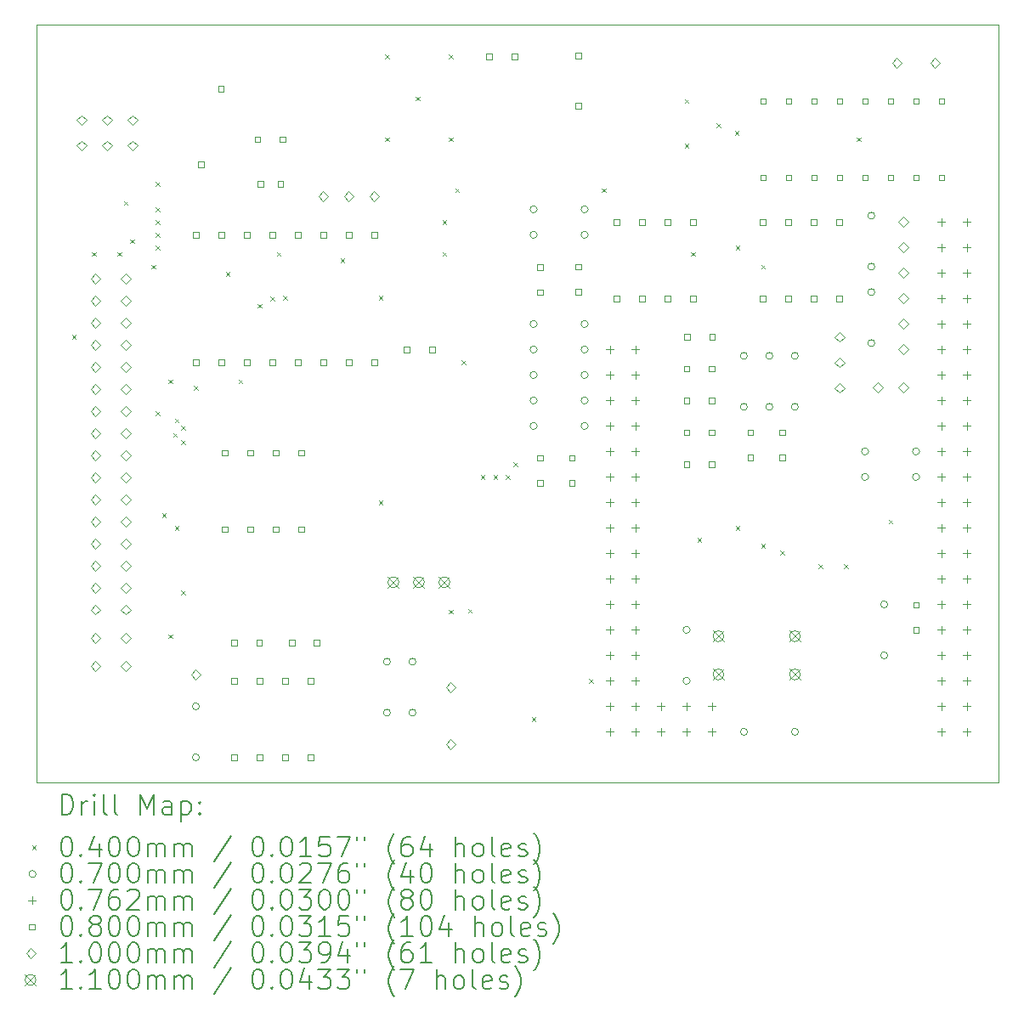
<source format=gbr>
%FSLAX45Y45*%
G04 Gerber Fmt 4.5, Leading zero omitted, Abs format (unit mm)*
G04 Created by KiCad (PCBNEW (6.0.1)) date 2022-03-02 00:16:33*
%MOMM*%
%LPD*%
G01*
G04 APERTURE LIST*
%TA.AperFunction,Profile*%
%ADD10C,0.100000*%
%TD*%
%ADD11C,0.200000*%
%ADD12C,0.040000*%
%ADD13C,0.070000*%
%ADD14C,0.076200*%
%ADD15C,0.080000*%
%ADD16C,0.100000*%
%ADD17C,0.110000*%
G04 APERTURE END LIST*
D10*
X3937000Y-3683000D02*
X13525500Y-3683000D01*
X13525500Y-3683000D02*
X13525500Y-11239500D01*
X13525500Y-11239500D02*
X3937000Y-11239500D01*
X3937000Y-11239500D02*
X3937000Y-3683000D01*
D11*
D12*
X4289050Y-6774500D02*
X4329050Y-6814500D01*
X4329050Y-6774500D02*
X4289050Y-6814500D01*
X4488500Y-5949000D02*
X4528500Y-5989000D01*
X4528500Y-5949000D02*
X4488500Y-5989000D01*
X4742500Y-5949000D02*
X4782500Y-5989000D01*
X4782500Y-5949000D02*
X4742500Y-5989000D01*
X4806000Y-5441000D02*
X4846000Y-5481000D01*
X4846000Y-5441000D02*
X4806000Y-5481000D01*
X4869500Y-5822000D02*
X4909500Y-5862000D01*
X4909500Y-5822000D02*
X4869500Y-5862000D01*
X5082854Y-6076000D02*
X5122854Y-6116000D01*
X5122854Y-6076000D02*
X5082854Y-6116000D01*
X5123500Y-5250500D02*
X5163500Y-5290500D01*
X5163500Y-5250500D02*
X5123500Y-5290500D01*
X5123500Y-5504500D02*
X5163500Y-5544500D01*
X5163500Y-5504500D02*
X5123500Y-5544500D01*
X5123500Y-5631500D02*
X5163500Y-5671500D01*
X5163500Y-5631500D02*
X5123500Y-5671500D01*
X5123500Y-5758500D02*
X5163500Y-5798500D01*
X5163500Y-5758500D02*
X5123500Y-5798500D01*
X5123500Y-5885500D02*
X5163500Y-5925500D01*
X5163500Y-5885500D02*
X5123500Y-5925500D01*
X5123500Y-7536500D02*
X5163500Y-7576500D01*
X5163500Y-7536500D02*
X5123500Y-7576500D01*
X5187000Y-8552500D02*
X5227000Y-8592500D01*
X5227000Y-8552500D02*
X5187000Y-8592500D01*
X5250500Y-7219000D02*
X5290500Y-7259000D01*
X5290500Y-7219000D02*
X5250500Y-7259000D01*
X5250500Y-9759000D02*
X5290500Y-9799000D01*
X5290500Y-9759000D02*
X5250500Y-9799000D01*
X5297594Y-7752905D02*
X5337594Y-7792905D01*
X5337594Y-7752905D02*
X5297594Y-7792905D01*
X5314000Y-7608950D02*
X5354000Y-7648950D01*
X5354000Y-7608950D02*
X5314000Y-7648950D01*
X5314000Y-8679500D02*
X5354000Y-8719500D01*
X5354000Y-8679500D02*
X5314000Y-8719500D01*
X5377500Y-7822855D02*
X5417500Y-7862855D01*
X5417500Y-7822855D02*
X5377500Y-7862855D01*
X5377500Y-9323450D02*
X5417500Y-9363450D01*
X5417500Y-9323450D02*
X5377500Y-9363450D01*
X5381181Y-7682955D02*
X5421181Y-7722955D01*
X5421181Y-7682955D02*
X5381181Y-7722955D01*
X5504500Y-7282500D02*
X5544500Y-7322500D01*
X5544500Y-7282500D02*
X5504500Y-7322500D01*
X5822000Y-6149098D02*
X5862000Y-6189098D01*
X5862000Y-6149098D02*
X5822000Y-6189098D01*
X5949000Y-7219000D02*
X5989000Y-7259000D01*
X5989000Y-7219000D02*
X5949000Y-7259000D01*
X6139500Y-6465950D02*
X6179500Y-6505950D01*
X6179500Y-6465950D02*
X6139500Y-6505950D01*
X6266500Y-6393500D02*
X6306500Y-6433500D01*
X6306500Y-6393500D02*
X6266500Y-6433500D01*
X6330000Y-5949000D02*
X6370000Y-5989000D01*
X6370000Y-5949000D02*
X6330000Y-5989000D01*
X6393500Y-6384550D02*
X6433500Y-6424550D01*
X6433500Y-6384550D02*
X6393500Y-6424550D01*
X6965000Y-6012500D02*
X7005000Y-6052500D01*
X7005000Y-6012500D02*
X6965000Y-6052500D01*
X7346000Y-6384550D02*
X7386000Y-6424550D01*
X7386000Y-6384550D02*
X7346000Y-6424550D01*
X7346000Y-8425500D02*
X7386000Y-8465500D01*
X7386000Y-8425500D02*
X7346000Y-8465500D01*
X7409500Y-3980500D02*
X7449500Y-4020500D01*
X7449500Y-3980500D02*
X7409500Y-4020500D01*
X7409500Y-4806000D02*
X7449500Y-4846000D01*
X7449500Y-4806000D02*
X7409500Y-4846000D01*
X7715500Y-4401500D02*
X7755500Y-4441500D01*
X7755500Y-4401500D02*
X7715500Y-4441500D01*
X7981000Y-5631500D02*
X8021000Y-5671500D01*
X8021000Y-5631500D02*
X7981000Y-5671500D01*
X7981000Y-5949000D02*
X8021000Y-5989000D01*
X8021000Y-5949000D02*
X7981000Y-5989000D01*
X8044500Y-3980500D02*
X8084500Y-4020500D01*
X8084500Y-3980500D02*
X8044500Y-4020500D01*
X8044500Y-4806000D02*
X8084500Y-4846000D01*
X8084500Y-4806000D02*
X8044500Y-4846000D01*
X8044500Y-9513950D02*
X8084500Y-9553950D01*
X8084500Y-9513950D02*
X8044500Y-9553950D01*
X8108000Y-5314000D02*
X8148000Y-5354000D01*
X8148000Y-5314000D02*
X8108000Y-5354000D01*
X8171500Y-7028500D02*
X8211500Y-7068500D01*
X8211500Y-7028500D02*
X8171500Y-7068500D01*
X8235000Y-9505000D02*
X8275000Y-9545000D01*
X8275000Y-9505000D02*
X8235000Y-9545000D01*
X8362000Y-8171500D02*
X8402000Y-8211500D01*
X8402000Y-8171500D02*
X8362000Y-8211500D01*
X8489000Y-8171500D02*
X8529000Y-8211500D01*
X8529000Y-8171500D02*
X8489000Y-8211500D01*
X8613284Y-8173880D02*
X8653284Y-8213880D01*
X8653284Y-8173880D02*
X8613284Y-8213880D01*
X8688450Y-8044500D02*
X8728450Y-8084500D01*
X8728450Y-8044500D02*
X8688450Y-8084500D01*
X8870000Y-10584500D02*
X8910000Y-10624500D01*
X8910000Y-10584500D02*
X8870000Y-10624500D01*
X9441500Y-10203500D02*
X9481500Y-10243500D01*
X9481500Y-10203500D02*
X9441500Y-10243500D01*
X9568500Y-5314000D02*
X9608500Y-5354000D01*
X9608500Y-5314000D02*
X9568500Y-5354000D01*
X10394000Y-4425000D02*
X10434000Y-4465000D01*
X10434000Y-4425000D02*
X10394000Y-4465000D01*
X10394000Y-4869500D02*
X10434000Y-4909500D01*
X10434000Y-4869500D02*
X10394000Y-4909500D01*
X10457500Y-5949000D02*
X10497500Y-5989000D01*
X10497500Y-5949000D02*
X10457500Y-5989000D01*
X10522058Y-8797550D02*
X10562058Y-8837550D01*
X10562058Y-8797550D02*
X10522058Y-8837550D01*
X10711500Y-4670050D02*
X10751500Y-4710050D01*
X10751500Y-4670050D02*
X10711500Y-4710050D01*
X10893050Y-4742500D02*
X10933050Y-4782500D01*
X10933050Y-4742500D02*
X10893050Y-4782500D01*
X10902000Y-5885500D02*
X10942000Y-5925500D01*
X10942000Y-5885500D02*
X10902000Y-5925500D01*
X10902000Y-8679500D02*
X10942000Y-8719500D01*
X10942000Y-8679500D02*
X10902000Y-8719500D01*
X11156000Y-6076000D02*
X11196000Y-6116000D01*
X11196000Y-6076000D02*
X11156000Y-6116000D01*
X11156000Y-8861050D02*
X11196000Y-8901050D01*
X11196000Y-8861050D02*
X11156000Y-8901050D01*
X11346500Y-8924550D02*
X11386500Y-8964550D01*
X11386500Y-8924550D02*
X11346500Y-8964550D01*
X11727500Y-9060500D02*
X11767500Y-9100500D01*
X11767500Y-9060500D02*
X11727500Y-9100500D01*
X11981500Y-9060500D02*
X12021500Y-9100500D01*
X12021500Y-9060500D02*
X11981500Y-9100500D01*
X12108500Y-4806000D02*
X12148500Y-4846000D01*
X12148500Y-4806000D02*
X12108500Y-4846000D01*
X12426000Y-8616000D02*
X12466000Y-8656000D01*
X12466000Y-8616000D02*
X12426000Y-8656000D01*
D13*
X5559500Y-10477500D02*
G75*
G03*
X5559500Y-10477500I-35000J0D01*
G01*
X5559500Y-10985500D02*
G75*
G03*
X5559500Y-10985500I-35000J0D01*
G01*
X7464500Y-10033000D02*
G75*
G03*
X7464500Y-10033000I-35000J0D01*
G01*
X7464500Y-10541000D02*
G75*
G03*
X7464500Y-10541000I-35000J0D01*
G01*
X7718500Y-10033000D02*
G75*
G03*
X7718500Y-10033000I-35000J0D01*
G01*
X7718500Y-10541000D02*
G75*
G03*
X7718500Y-10541000I-35000J0D01*
G01*
X8925000Y-5524500D02*
G75*
G03*
X8925000Y-5524500I-35000J0D01*
G01*
X8925000Y-5778500D02*
G75*
G03*
X8925000Y-5778500I-35000J0D01*
G01*
X8925000Y-6667500D02*
G75*
G03*
X8925000Y-6667500I-35000J0D01*
G01*
X8925000Y-6921500D02*
G75*
G03*
X8925000Y-6921500I-35000J0D01*
G01*
X8925000Y-7175500D02*
G75*
G03*
X8925000Y-7175500I-35000J0D01*
G01*
X8925000Y-7429500D02*
G75*
G03*
X8925000Y-7429500I-35000J0D01*
G01*
X8925000Y-7683500D02*
G75*
G03*
X8925000Y-7683500I-35000J0D01*
G01*
X9433000Y-5524500D02*
G75*
G03*
X9433000Y-5524500I-35000J0D01*
G01*
X9433000Y-5778500D02*
G75*
G03*
X9433000Y-5778500I-35000J0D01*
G01*
X9433000Y-6667500D02*
G75*
G03*
X9433000Y-6667500I-35000J0D01*
G01*
X9433000Y-6921500D02*
G75*
G03*
X9433000Y-6921500I-35000J0D01*
G01*
X9433000Y-7175500D02*
G75*
G03*
X9433000Y-7175500I-35000J0D01*
G01*
X9433000Y-7429500D02*
G75*
G03*
X9433000Y-7429500I-35000J0D01*
G01*
X9433000Y-7683500D02*
G75*
G03*
X9433000Y-7683500I-35000J0D01*
G01*
X10449000Y-9715500D02*
G75*
G03*
X10449000Y-9715500I-35000J0D01*
G01*
X10449000Y-10223500D02*
G75*
G03*
X10449000Y-10223500I-35000J0D01*
G01*
X11020500Y-6985000D02*
G75*
G03*
X11020500Y-6985000I-35000J0D01*
G01*
X11020500Y-7493000D02*
G75*
G03*
X11020500Y-7493000I-35000J0D01*
G01*
X11020500Y-10731500D02*
G75*
G03*
X11020500Y-10731500I-35000J0D01*
G01*
X11274500Y-6985000D02*
G75*
G03*
X11274500Y-6985000I-35000J0D01*
G01*
X11274500Y-7493000D02*
G75*
G03*
X11274500Y-7493000I-35000J0D01*
G01*
X11528500Y-6985000D02*
G75*
G03*
X11528500Y-6985000I-35000J0D01*
G01*
X11528500Y-7493000D02*
G75*
G03*
X11528500Y-7493000I-35000J0D01*
G01*
X11528500Y-10731500D02*
G75*
G03*
X11528500Y-10731500I-35000J0D01*
G01*
X12227000Y-7937500D02*
G75*
G03*
X12227000Y-7937500I-35000J0D01*
G01*
X12227000Y-8191500D02*
G75*
G03*
X12227000Y-8191500I-35000J0D01*
G01*
X12290500Y-5588000D02*
G75*
G03*
X12290500Y-5588000I-35000J0D01*
G01*
X12290500Y-6096000D02*
G75*
G03*
X12290500Y-6096000I-35000J0D01*
G01*
X12290500Y-6350000D02*
G75*
G03*
X12290500Y-6350000I-35000J0D01*
G01*
X12290500Y-6858000D02*
G75*
G03*
X12290500Y-6858000I-35000J0D01*
G01*
X12417500Y-9461500D02*
G75*
G03*
X12417500Y-9461500I-35000J0D01*
G01*
X12417500Y-9969500D02*
G75*
G03*
X12417500Y-9969500I-35000J0D01*
G01*
X12735000Y-7937500D02*
G75*
G03*
X12735000Y-7937500I-35000J0D01*
G01*
X12735000Y-8191500D02*
G75*
G03*
X12735000Y-8191500I-35000J0D01*
G01*
D14*
X9652000Y-6883400D02*
X9652000Y-6959600D01*
X9613900Y-6921500D02*
X9690100Y-6921500D01*
X9652000Y-7137400D02*
X9652000Y-7213600D01*
X9613900Y-7175500D02*
X9690100Y-7175500D01*
X9652000Y-7391400D02*
X9652000Y-7467600D01*
X9613900Y-7429500D02*
X9690100Y-7429500D01*
X9652000Y-7645400D02*
X9652000Y-7721600D01*
X9613900Y-7683500D02*
X9690100Y-7683500D01*
X9652000Y-7899400D02*
X9652000Y-7975600D01*
X9613900Y-7937500D02*
X9690100Y-7937500D01*
X9652000Y-8153400D02*
X9652000Y-8229600D01*
X9613900Y-8191500D02*
X9690100Y-8191500D01*
X9652000Y-8407400D02*
X9652000Y-8483600D01*
X9613900Y-8445500D02*
X9690100Y-8445500D01*
X9652000Y-8661400D02*
X9652000Y-8737600D01*
X9613900Y-8699500D02*
X9690100Y-8699500D01*
X9652000Y-8915400D02*
X9652000Y-8991600D01*
X9613900Y-8953500D02*
X9690100Y-8953500D01*
X9652000Y-9169400D02*
X9652000Y-9245600D01*
X9613900Y-9207500D02*
X9690100Y-9207500D01*
X9652000Y-9423400D02*
X9652000Y-9499600D01*
X9613900Y-9461500D02*
X9690100Y-9461500D01*
X9652000Y-9677400D02*
X9652000Y-9753600D01*
X9613900Y-9715500D02*
X9690100Y-9715500D01*
X9652000Y-9931400D02*
X9652000Y-10007600D01*
X9613900Y-9969500D02*
X9690100Y-9969500D01*
X9652000Y-10185400D02*
X9652000Y-10261600D01*
X9613900Y-10223500D02*
X9690100Y-10223500D01*
X9652000Y-10439400D02*
X9652000Y-10515600D01*
X9613900Y-10477500D02*
X9690100Y-10477500D01*
X9652000Y-10693400D02*
X9652000Y-10769600D01*
X9613900Y-10731500D02*
X9690100Y-10731500D01*
X9906000Y-6883400D02*
X9906000Y-6959600D01*
X9867900Y-6921500D02*
X9944100Y-6921500D01*
X9906000Y-7137400D02*
X9906000Y-7213600D01*
X9867900Y-7175500D02*
X9944100Y-7175500D01*
X9906000Y-7391400D02*
X9906000Y-7467600D01*
X9867900Y-7429500D02*
X9944100Y-7429500D01*
X9906000Y-7645400D02*
X9906000Y-7721600D01*
X9867900Y-7683500D02*
X9944100Y-7683500D01*
X9906000Y-7899400D02*
X9906000Y-7975600D01*
X9867900Y-7937500D02*
X9944100Y-7937500D01*
X9906000Y-8153400D02*
X9906000Y-8229600D01*
X9867900Y-8191500D02*
X9944100Y-8191500D01*
X9906000Y-8407400D02*
X9906000Y-8483600D01*
X9867900Y-8445500D02*
X9944100Y-8445500D01*
X9906000Y-8661400D02*
X9906000Y-8737600D01*
X9867900Y-8699500D02*
X9944100Y-8699500D01*
X9906000Y-8915400D02*
X9906000Y-8991600D01*
X9867900Y-8953500D02*
X9944100Y-8953500D01*
X9906000Y-9169400D02*
X9906000Y-9245600D01*
X9867900Y-9207500D02*
X9944100Y-9207500D01*
X9906000Y-9423400D02*
X9906000Y-9499600D01*
X9867900Y-9461500D02*
X9944100Y-9461500D01*
X9906000Y-9677400D02*
X9906000Y-9753600D01*
X9867900Y-9715500D02*
X9944100Y-9715500D01*
X9906000Y-9931400D02*
X9906000Y-10007600D01*
X9867900Y-9969500D02*
X9944100Y-9969500D01*
X9906000Y-10185400D02*
X9906000Y-10261600D01*
X9867900Y-10223500D02*
X9944100Y-10223500D01*
X9906000Y-10439400D02*
X9906000Y-10515600D01*
X9867900Y-10477500D02*
X9944100Y-10477500D01*
X9906000Y-10693400D02*
X9906000Y-10769600D01*
X9867900Y-10731500D02*
X9944100Y-10731500D01*
X10160000Y-10439400D02*
X10160000Y-10515600D01*
X10121900Y-10477500D02*
X10198100Y-10477500D01*
X10160000Y-10693400D02*
X10160000Y-10769600D01*
X10121900Y-10731500D02*
X10198100Y-10731500D01*
X10414000Y-10439400D02*
X10414000Y-10515600D01*
X10375900Y-10477500D02*
X10452100Y-10477500D01*
X10414000Y-10693400D02*
X10414000Y-10769600D01*
X10375900Y-10731500D02*
X10452100Y-10731500D01*
X10668000Y-10439400D02*
X10668000Y-10515600D01*
X10629900Y-10477500D02*
X10706100Y-10477500D01*
X10668000Y-10693400D02*
X10668000Y-10769600D01*
X10629900Y-10731500D02*
X10706100Y-10731500D01*
X12954000Y-5613400D02*
X12954000Y-5689600D01*
X12915900Y-5651500D02*
X12992100Y-5651500D01*
X12954000Y-5867400D02*
X12954000Y-5943600D01*
X12915900Y-5905500D02*
X12992100Y-5905500D01*
X12954000Y-6121400D02*
X12954000Y-6197600D01*
X12915900Y-6159500D02*
X12992100Y-6159500D01*
X12954000Y-6375400D02*
X12954000Y-6451600D01*
X12915900Y-6413500D02*
X12992100Y-6413500D01*
X12954000Y-6629400D02*
X12954000Y-6705600D01*
X12915900Y-6667500D02*
X12992100Y-6667500D01*
X12954000Y-6883400D02*
X12954000Y-6959600D01*
X12915900Y-6921500D02*
X12992100Y-6921500D01*
X12954000Y-7137400D02*
X12954000Y-7213600D01*
X12915900Y-7175500D02*
X12992100Y-7175500D01*
X12954000Y-7391400D02*
X12954000Y-7467600D01*
X12915900Y-7429500D02*
X12992100Y-7429500D01*
X12954000Y-7645400D02*
X12954000Y-7721600D01*
X12915900Y-7683500D02*
X12992100Y-7683500D01*
X12954000Y-7899400D02*
X12954000Y-7975600D01*
X12915900Y-7937500D02*
X12992100Y-7937500D01*
X12954000Y-8153400D02*
X12954000Y-8229600D01*
X12915900Y-8191500D02*
X12992100Y-8191500D01*
X12954000Y-8407400D02*
X12954000Y-8483600D01*
X12915900Y-8445500D02*
X12992100Y-8445500D01*
X12954000Y-8661400D02*
X12954000Y-8737600D01*
X12915900Y-8699500D02*
X12992100Y-8699500D01*
X12954000Y-8915400D02*
X12954000Y-8991600D01*
X12915900Y-8953500D02*
X12992100Y-8953500D01*
X12954000Y-9169400D02*
X12954000Y-9245600D01*
X12915900Y-9207500D02*
X12992100Y-9207500D01*
X12954000Y-9423400D02*
X12954000Y-9499600D01*
X12915900Y-9461500D02*
X12992100Y-9461500D01*
X12954000Y-9677400D02*
X12954000Y-9753600D01*
X12915900Y-9715500D02*
X12992100Y-9715500D01*
X12954000Y-9931400D02*
X12954000Y-10007600D01*
X12915900Y-9969500D02*
X12992100Y-9969500D01*
X12954000Y-10185400D02*
X12954000Y-10261600D01*
X12915900Y-10223500D02*
X12992100Y-10223500D01*
X12954000Y-10439400D02*
X12954000Y-10515600D01*
X12915900Y-10477500D02*
X12992100Y-10477500D01*
X12954000Y-10693400D02*
X12954000Y-10769600D01*
X12915900Y-10731500D02*
X12992100Y-10731500D01*
X13208000Y-5613400D02*
X13208000Y-5689600D01*
X13169900Y-5651500D02*
X13246100Y-5651500D01*
X13208000Y-5867400D02*
X13208000Y-5943600D01*
X13169900Y-5905500D02*
X13246100Y-5905500D01*
X13208000Y-6121400D02*
X13208000Y-6197600D01*
X13169900Y-6159500D02*
X13246100Y-6159500D01*
X13208000Y-6375400D02*
X13208000Y-6451600D01*
X13169900Y-6413500D02*
X13246100Y-6413500D01*
X13208000Y-6629400D02*
X13208000Y-6705600D01*
X13169900Y-6667500D02*
X13246100Y-6667500D01*
X13208000Y-6883400D02*
X13208000Y-6959600D01*
X13169900Y-6921500D02*
X13246100Y-6921500D01*
X13208000Y-7137400D02*
X13208000Y-7213600D01*
X13169900Y-7175500D02*
X13246100Y-7175500D01*
X13208000Y-7391400D02*
X13208000Y-7467600D01*
X13169900Y-7429500D02*
X13246100Y-7429500D01*
X13208000Y-7645400D02*
X13208000Y-7721600D01*
X13169900Y-7683500D02*
X13246100Y-7683500D01*
X13208000Y-7899400D02*
X13208000Y-7975600D01*
X13169900Y-7937500D02*
X13246100Y-7937500D01*
X13208000Y-8153400D02*
X13208000Y-8229600D01*
X13169900Y-8191500D02*
X13246100Y-8191500D01*
X13208000Y-8407400D02*
X13208000Y-8483600D01*
X13169900Y-8445500D02*
X13246100Y-8445500D01*
X13208000Y-8661400D02*
X13208000Y-8737600D01*
X13169900Y-8699500D02*
X13246100Y-8699500D01*
X13208000Y-8915400D02*
X13208000Y-8991600D01*
X13169900Y-8953500D02*
X13246100Y-8953500D01*
X13208000Y-9169400D02*
X13208000Y-9245600D01*
X13169900Y-9207500D02*
X13246100Y-9207500D01*
X13208000Y-9423400D02*
X13208000Y-9499600D01*
X13169900Y-9461500D02*
X13246100Y-9461500D01*
X13208000Y-9677400D02*
X13208000Y-9753600D01*
X13169900Y-9715500D02*
X13246100Y-9715500D01*
X13208000Y-9931400D02*
X13208000Y-10007600D01*
X13169900Y-9969500D02*
X13246100Y-9969500D01*
X13208000Y-10185400D02*
X13208000Y-10261600D01*
X13169900Y-10223500D02*
X13246100Y-10223500D01*
X13208000Y-10439400D02*
X13208000Y-10515600D01*
X13169900Y-10477500D02*
X13246100Y-10477500D01*
X13208000Y-10693400D02*
X13208000Y-10769600D01*
X13169900Y-10731500D02*
X13246100Y-10731500D01*
D15*
X5552785Y-5805784D02*
X5552785Y-5749215D01*
X5496216Y-5749215D01*
X5496216Y-5805784D01*
X5552785Y-5805784D01*
X5552785Y-7075784D02*
X5552785Y-7019215D01*
X5496216Y-7019215D01*
X5496216Y-7075784D01*
X5552785Y-7075784D01*
X5603784Y-5102285D02*
X5603784Y-5045716D01*
X5547216Y-5045716D01*
X5547216Y-5102285D01*
X5603784Y-5102285D01*
X5803784Y-4352285D02*
X5803784Y-4295716D01*
X5747215Y-4295716D01*
X5747215Y-4352285D01*
X5803784Y-4352285D01*
X5806784Y-5805784D02*
X5806784Y-5749215D01*
X5750215Y-5749215D01*
X5750215Y-5805784D01*
X5806784Y-5805784D01*
X5806784Y-7075784D02*
X5806784Y-7019215D01*
X5750215Y-7019215D01*
X5750215Y-7075784D01*
X5806784Y-7075784D01*
X5842284Y-7979784D02*
X5842284Y-7923215D01*
X5785715Y-7923215D01*
X5785715Y-7979784D01*
X5842284Y-7979784D01*
X5842284Y-8741785D02*
X5842284Y-8685216D01*
X5785715Y-8685216D01*
X5785715Y-8741785D01*
X5842284Y-8741785D01*
X5933784Y-10251785D02*
X5933784Y-10195216D01*
X5877215Y-10195216D01*
X5877215Y-10251785D01*
X5933784Y-10251785D01*
X5933784Y-11013785D02*
X5933784Y-10957216D01*
X5877215Y-10957216D01*
X5877215Y-11013785D01*
X5933784Y-11013785D01*
X5934784Y-9869785D02*
X5934784Y-9813216D01*
X5878215Y-9813216D01*
X5878215Y-9869785D01*
X5934784Y-9869785D01*
X6060784Y-5805784D02*
X6060784Y-5749215D01*
X6004215Y-5749215D01*
X6004215Y-5805784D01*
X6060784Y-5805784D01*
X6060784Y-7075784D02*
X6060784Y-7019215D01*
X6004215Y-7019215D01*
X6004215Y-7075784D01*
X6060784Y-7075784D01*
X6096284Y-7979784D02*
X6096284Y-7923215D01*
X6039715Y-7923215D01*
X6039715Y-7979784D01*
X6096284Y-7979784D01*
X6096284Y-8741785D02*
X6096284Y-8685216D01*
X6039715Y-8685216D01*
X6039715Y-8741785D01*
X6096284Y-8741785D01*
X6166784Y-4854285D02*
X6166784Y-4797716D01*
X6110215Y-4797716D01*
X6110215Y-4854285D01*
X6166784Y-4854285D01*
X6184784Y-9869785D02*
X6184784Y-9813216D01*
X6128215Y-9813216D01*
X6128215Y-9869785D01*
X6184784Y-9869785D01*
X6187784Y-10251785D02*
X6187784Y-10195216D01*
X6131215Y-10195216D01*
X6131215Y-10251785D01*
X6187784Y-10251785D01*
X6187784Y-11013785D02*
X6187784Y-10957216D01*
X6131215Y-10957216D01*
X6131215Y-11013785D01*
X6187784Y-11013785D01*
X6196273Y-5298785D02*
X6196273Y-5242216D01*
X6139704Y-5242216D01*
X6139704Y-5298785D01*
X6196273Y-5298785D01*
X6314784Y-5805784D02*
X6314784Y-5749215D01*
X6258215Y-5749215D01*
X6258215Y-5805784D01*
X6314784Y-5805784D01*
X6314784Y-7075784D02*
X6314784Y-7019215D01*
X6258215Y-7019215D01*
X6258215Y-7075784D01*
X6314784Y-7075784D01*
X6350284Y-7979784D02*
X6350284Y-7923215D01*
X6293715Y-7923215D01*
X6293715Y-7979784D01*
X6350284Y-7979784D01*
X6350284Y-8741785D02*
X6350284Y-8685216D01*
X6293715Y-8685216D01*
X6293715Y-8741785D01*
X6350284Y-8741785D01*
X6396273Y-5298785D02*
X6396273Y-5242216D01*
X6339704Y-5242216D01*
X6339704Y-5298785D01*
X6396273Y-5298785D01*
X6416784Y-4854285D02*
X6416784Y-4797716D01*
X6360215Y-4797716D01*
X6360215Y-4854285D01*
X6416784Y-4854285D01*
X6441784Y-10251785D02*
X6441784Y-10195216D01*
X6385215Y-10195216D01*
X6385215Y-10251785D01*
X6441784Y-10251785D01*
X6441784Y-11013785D02*
X6441784Y-10957216D01*
X6385215Y-10957216D01*
X6385215Y-11013785D01*
X6441784Y-11013785D01*
X6508284Y-9869785D02*
X6508284Y-9813216D01*
X6451715Y-9813216D01*
X6451715Y-9869785D01*
X6508284Y-9869785D01*
X6568784Y-5805784D02*
X6568784Y-5749215D01*
X6512215Y-5749215D01*
X6512215Y-5805784D01*
X6568784Y-5805784D01*
X6568784Y-7075784D02*
X6568784Y-7019215D01*
X6512215Y-7019215D01*
X6512215Y-7075784D01*
X6568784Y-7075784D01*
X6604284Y-7979784D02*
X6604284Y-7923215D01*
X6547715Y-7923215D01*
X6547715Y-7979784D01*
X6604284Y-7979784D01*
X6604284Y-8741785D02*
X6604284Y-8685216D01*
X6547715Y-8685216D01*
X6547715Y-8741785D01*
X6604284Y-8741785D01*
X6695784Y-10251785D02*
X6695784Y-10195216D01*
X6639215Y-10195216D01*
X6639215Y-10251785D01*
X6695784Y-10251785D01*
X6695784Y-11013785D02*
X6695784Y-10957216D01*
X6639215Y-10957216D01*
X6639215Y-11013785D01*
X6695784Y-11013785D01*
X6758284Y-9869785D02*
X6758284Y-9813216D01*
X6701715Y-9813216D01*
X6701715Y-9869785D01*
X6758284Y-9869785D01*
X6822784Y-5805784D02*
X6822784Y-5749215D01*
X6766215Y-5749215D01*
X6766215Y-5805784D01*
X6822784Y-5805784D01*
X6822784Y-7075784D02*
X6822784Y-7019215D01*
X6766215Y-7019215D01*
X6766215Y-7075784D01*
X6822784Y-7075784D01*
X7076784Y-5805784D02*
X7076784Y-5749215D01*
X7020215Y-5749215D01*
X7020215Y-5805784D01*
X7076784Y-5805784D01*
X7076784Y-7075784D02*
X7076784Y-7019215D01*
X7020215Y-7019215D01*
X7020215Y-7075784D01*
X7076784Y-7075784D01*
X7330784Y-5805784D02*
X7330784Y-5749215D01*
X7274215Y-5749215D01*
X7274215Y-5805784D01*
X7330784Y-5805784D01*
X7330784Y-7075784D02*
X7330784Y-7019215D01*
X7274215Y-7019215D01*
X7274215Y-7075784D01*
X7330784Y-7075784D01*
X7654773Y-6949784D02*
X7654773Y-6893215D01*
X7598204Y-6893215D01*
X7598204Y-6949784D01*
X7654773Y-6949784D01*
X7904773Y-6949784D02*
X7904773Y-6893215D01*
X7848204Y-6893215D01*
X7848204Y-6949784D01*
X7904773Y-6949784D01*
X8475785Y-4028784D02*
X8475785Y-3972215D01*
X8419216Y-3972215D01*
X8419216Y-4028784D01*
X8475785Y-4028784D01*
X8725785Y-4028784D02*
X8725785Y-3972215D01*
X8669216Y-3972215D01*
X8669216Y-4028784D01*
X8725785Y-4028784D01*
X8981785Y-6128284D02*
X8981785Y-6071715D01*
X8925216Y-6071715D01*
X8925216Y-6128284D01*
X8981785Y-6128284D01*
X8981785Y-6378284D02*
X8981785Y-6321715D01*
X8925216Y-6321715D01*
X8925216Y-6378284D01*
X8981785Y-6378284D01*
X8981785Y-8031284D02*
X8981785Y-7974715D01*
X8925216Y-7974715D01*
X8925216Y-8031284D01*
X8981785Y-8031284D01*
X8981785Y-8281284D02*
X8981785Y-8224715D01*
X8925216Y-8224715D01*
X8925216Y-8281284D01*
X8981785Y-8281284D01*
X9299285Y-8031284D02*
X9299285Y-7974715D01*
X9242716Y-7974715D01*
X9242716Y-8031284D01*
X9299285Y-8031284D01*
X9299285Y-8281284D02*
X9299285Y-8224715D01*
X9242716Y-8224715D01*
X9242716Y-8281284D01*
X9299285Y-8281284D01*
X9362785Y-4023050D02*
X9362785Y-3966481D01*
X9306216Y-3966481D01*
X9306216Y-4023050D01*
X9362785Y-4023050D01*
X9362785Y-4523050D02*
X9362785Y-4466481D01*
X9306216Y-4466481D01*
X9306216Y-4523050D01*
X9362785Y-4523050D01*
X9362785Y-6126284D02*
X9362785Y-6069715D01*
X9306216Y-6069715D01*
X9306216Y-6126284D01*
X9362785Y-6126284D01*
X9362785Y-6376284D02*
X9362785Y-6319715D01*
X9306216Y-6319715D01*
X9306216Y-6376284D01*
X9362785Y-6376284D01*
X9744785Y-5678784D02*
X9744785Y-5622215D01*
X9688216Y-5622215D01*
X9688216Y-5678784D01*
X9744785Y-5678784D01*
X9744785Y-6440784D02*
X9744785Y-6384215D01*
X9688216Y-6384215D01*
X9688216Y-6440784D01*
X9744785Y-6440784D01*
X9998785Y-5678784D02*
X9998785Y-5622215D01*
X9942216Y-5622215D01*
X9942216Y-5678784D01*
X9998785Y-5678784D01*
X9998785Y-6440784D02*
X9998785Y-6384215D01*
X9942216Y-6384215D01*
X9942216Y-6440784D01*
X9998785Y-6440784D01*
X10252785Y-5678784D02*
X10252785Y-5622215D01*
X10196216Y-5622215D01*
X10196216Y-5678784D01*
X10252785Y-5678784D01*
X10252785Y-6440784D02*
X10252785Y-6384215D01*
X10196216Y-6384215D01*
X10196216Y-6440784D01*
X10252785Y-6440784D01*
X10444285Y-7140284D02*
X10444285Y-7083715D01*
X10387716Y-7083715D01*
X10387716Y-7140284D01*
X10444285Y-7140284D01*
X10444285Y-7457784D02*
X10444285Y-7401215D01*
X10387716Y-7401215D01*
X10387716Y-7457784D01*
X10444285Y-7457784D01*
X10444285Y-7775284D02*
X10444285Y-7718715D01*
X10387716Y-7718715D01*
X10387716Y-7775284D01*
X10444285Y-7775284D01*
X10444285Y-8092784D02*
X10444285Y-8036215D01*
X10387716Y-8036215D01*
X10387716Y-8092784D01*
X10444285Y-8092784D01*
X10446285Y-6822784D02*
X10446285Y-6766215D01*
X10389716Y-6766215D01*
X10389716Y-6822784D01*
X10446285Y-6822784D01*
X10506785Y-5678784D02*
X10506785Y-5622215D01*
X10450216Y-5622215D01*
X10450216Y-5678784D01*
X10506785Y-5678784D01*
X10506785Y-6440784D02*
X10506785Y-6384215D01*
X10450216Y-6384215D01*
X10450216Y-6440784D01*
X10506785Y-6440784D01*
X10694285Y-7140284D02*
X10694285Y-7083715D01*
X10637716Y-7083715D01*
X10637716Y-7140284D01*
X10694285Y-7140284D01*
X10694285Y-7457784D02*
X10694285Y-7401215D01*
X10637716Y-7401215D01*
X10637716Y-7457784D01*
X10694285Y-7457784D01*
X10694285Y-7775284D02*
X10694285Y-7718715D01*
X10637716Y-7718715D01*
X10637716Y-7775284D01*
X10694285Y-7775284D01*
X10694285Y-8092784D02*
X10694285Y-8036215D01*
X10637716Y-8036215D01*
X10637716Y-8092784D01*
X10694285Y-8092784D01*
X10696285Y-6822784D02*
X10696285Y-6766215D01*
X10639716Y-6766215D01*
X10639716Y-6822784D01*
X10696285Y-6822784D01*
X11077285Y-7777284D02*
X11077285Y-7720715D01*
X11020716Y-7720715D01*
X11020716Y-7777284D01*
X11077285Y-7777284D01*
X11077285Y-8027284D02*
X11077285Y-7970715D01*
X11020716Y-7970715D01*
X11020716Y-8027284D01*
X11077285Y-8027284D01*
X11203284Y-5680784D02*
X11203284Y-5624215D01*
X11146716Y-5624215D01*
X11146716Y-5680784D01*
X11203284Y-5680784D01*
X11203284Y-6442784D02*
X11203284Y-6386215D01*
X11146716Y-6386215D01*
X11146716Y-6442784D01*
X11203284Y-6442784D01*
X11205784Y-4474785D02*
X11205784Y-4418216D01*
X11149216Y-4418216D01*
X11149216Y-4474785D01*
X11205784Y-4474785D01*
X11205784Y-5236785D02*
X11205784Y-5180216D01*
X11149216Y-5180216D01*
X11149216Y-5236785D01*
X11205784Y-5236785D01*
X11394784Y-7777284D02*
X11394784Y-7720715D01*
X11338215Y-7720715D01*
X11338215Y-7777284D01*
X11394784Y-7777284D01*
X11394784Y-8027284D02*
X11394784Y-7970715D01*
X11338215Y-7970715D01*
X11338215Y-8027284D01*
X11394784Y-8027284D01*
X11457284Y-5680784D02*
X11457284Y-5624215D01*
X11400715Y-5624215D01*
X11400715Y-5680784D01*
X11457284Y-5680784D01*
X11457284Y-6442784D02*
X11457284Y-6386215D01*
X11400715Y-6386215D01*
X11400715Y-6442784D01*
X11457284Y-6442784D01*
X11459784Y-4474785D02*
X11459784Y-4418216D01*
X11403215Y-4418216D01*
X11403215Y-4474785D01*
X11459784Y-4474785D01*
X11459784Y-5236785D02*
X11459784Y-5180216D01*
X11403215Y-5180216D01*
X11403215Y-5236785D01*
X11459784Y-5236785D01*
X11711284Y-5680784D02*
X11711284Y-5624215D01*
X11654715Y-5624215D01*
X11654715Y-5680784D01*
X11711284Y-5680784D01*
X11711284Y-6442784D02*
X11711284Y-6386215D01*
X11654715Y-6386215D01*
X11654715Y-6442784D01*
X11711284Y-6442784D01*
X11713784Y-4474785D02*
X11713784Y-4418216D01*
X11657215Y-4418216D01*
X11657215Y-4474785D01*
X11713784Y-4474785D01*
X11713784Y-5236785D02*
X11713784Y-5180216D01*
X11657215Y-5180216D01*
X11657215Y-5236785D01*
X11713784Y-5236785D01*
X11965284Y-5680784D02*
X11965284Y-5624215D01*
X11908715Y-5624215D01*
X11908715Y-5680784D01*
X11965284Y-5680784D01*
X11965284Y-6442784D02*
X11965284Y-6386215D01*
X11908715Y-6386215D01*
X11908715Y-6442784D01*
X11965284Y-6442784D01*
X11967784Y-4474785D02*
X11967784Y-4418216D01*
X11911215Y-4418216D01*
X11911215Y-4474785D01*
X11967784Y-4474785D01*
X11967784Y-5236785D02*
X11967784Y-5180216D01*
X11911215Y-5180216D01*
X11911215Y-5236785D01*
X11967784Y-5236785D01*
X12221784Y-4474785D02*
X12221784Y-4418216D01*
X12165215Y-4418216D01*
X12165215Y-4474785D01*
X12221784Y-4474785D01*
X12221784Y-5236785D02*
X12221784Y-5180216D01*
X12165215Y-5180216D01*
X12165215Y-5236785D01*
X12221784Y-5236785D01*
X12475784Y-4474785D02*
X12475784Y-4418216D01*
X12419215Y-4418216D01*
X12419215Y-4474785D01*
X12475784Y-4474785D01*
X12475784Y-5236785D02*
X12475784Y-5180216D01*
X12419215Y-5180216D01*
X12419215Y-5236785D01*
X12475784Y-5236785D01*
X12728284Y-9493785D02*
X12728284Y-9437216D01*
X12671715Y-9437216D01*
X12671715Y-9493785D01*
X12728284Y-9493785D01*
X12728284Y-9743785D02*
X12728284Y-9687216D01*
X12671715Y-9687216D01*
X12671715Y-9743785D01*
X12728284Y-9743785D01*
X12729784Y-4474785D02*
X12729784Y-4418216D01*
X12673215Y-4418216D01*
X12673215Y-4474785D01*
X12729784Y-4474785D01*
X12729784Y-5236785D02*
X12729784Y-5180216D01*
X12673215Y-5180216D01*
X12673215Y-5236785D01*
X12729784Y-5236785D01*
X12983784Y-4474785D02*
X12983784Y-4418216D01*
X12927215Y-4418216D01*
X12927215Y-4474785D01*
X12983784Y-4474785D01*
X12983784Y-5236785D02*
X12983784Y-5180216D01*
X12927215Y-5180216D01*
X12927215Y-5236785D01*
X12983784Y-5236785D01*
D16*
X4383000Y-4686000D02*
X4433000Y-4636000D01*
X4383000Y-4586000D01*
X4333000Y-4636000D01*
X4383000Y-4686000D01*
X4383000Y-4940000D02*
X4433000Y-4890000D01*
X4383000Y-4840000D01*
X4333000Y-4890000D01*
X4383000Y-4940000D01*
X4526000Y-6264000D02*
X4576000Y-6214000D01*
X4526000Y-6164000D01*
X4476000Y-6214000D01*
X4526000Y-6264000D01*
X4526000Y-6484000D02*
X4576000Y-6434000D01*
X4526000Y-6384000D01*
X4476000Y-6434000D01*
X4526000Y-6484000D01*
X4526000Y-6704000D02*
X4576000Y-6654000D01*
X4526000Y-6604000D01*
X4476000Y-6654000D01*
X4526000Y-6704000D01*
X4526000Y-6924000D02*
X4576000Y-6874000D01*
X4526000Y-6824000D01*
X4476000Y-6874000D01*
X4526000Y-6924000D01*
X4526000Y-7144000D02*
X4576000Y-7094000D01*
X4526000Y-7044000D01*
X4476000Y-7094000D01*
X4526000Y-7144000D01*
X4526000Y-7364000D02*
X4576000Y-7314000D01*
X4526000Y-7264000D01*
X4476000Y-7314000D01*
X4526000Y-7364000D01*
X4526000Y-7584000D02*
X4576000Y-7534000D01*
X4526000Y-7484000D01*
X4476000Y-7534000D01*
X4526000Y-7584000D01*
X4526000Y-7804000D02*
X4576000Y-7754000D01*
X4526000Y-7704000D01*
X4476000Y-7754000D01*
X4526000Y-7804000D01*
X4526000Y-8024000D02*
X4576000Y-7974000D01*
X4526000Y-7924000D01*
X4476000Y-7974000D01*
X4526000Y-8024000D01*
X4526000Y-8244000D02*
X4576000Y-8194000D01*
X4526000Y-8144000D01*
X4476000Y-8194000D01*
X4526000Y-8244000D01*
X4526000Y-8464000D02*
X4576000Y-8414000D01*
X4526000Y-8364000D01*
X4476000Y-8414000D01*
X4526000Y-8464000D01*
X4526000Y-8684000D02*
X4576000Y-8634000D01*
X4526000Y-8584000D01*
X4476000Y-8634000D01*
X4526000Y-8684000D01*
X4526000Y-8904000D02*
X4576000Y-8854000D01*
X4526000Y-8804000D01*
X4476000Y-8854000D01*
X4526000Y-8904000D01*
X4526000Y-9124000D02*
X4576000Y-9074000D01*
X4526000Y-9024000D01*
X4476000Y-9074000D01*
X4526000Y-9124000D01*
X4526000Y-9344000D02*
X4576000Y-9294000D01*
X4526000Y-9244000D01*
X4476000Y-9294000D01*
X4526000Y-9344000D01*
X4526000Y-9564000D02*
X4576000Y-9514000D01*
X4526000Y-9464000D01*
X4476000Y-9514000D01*
X4526000Y-9564000D01*
X4526000Y-9844000D02*
X4576000Y-9794000D01*
X4526000Y-9744000D01*
X4476000Y-9794000D01*
X4526000Y-9844000D01*
X4526000Y-10124000D02*
X4576000Y-10074000D01*
X4526000Y-10024000D01*
X4476000Y-10074000D01*
X4526000Y-10124000D01*
X4637000Y-4686000D02*
X4687000Y-4636000D01*
X4637000Y-4586000D01*
X4587000Y-4636000D01*
X4637000Y-4686000D01*
X4637000Y-4940000D02*
X4687000Y-4890000D01*
X4637000Y-4840000D01*
X4587000Y-4890000D01*
X4637000Y-4940000D01*
X4826000Y-6264000D02*
X4876000Y-6214000D01*
X4826000Y-6164000D01*
X4776000Y-6214000D01*
X4826000Y-6264000D01*
X4826000Y-6484000D02*
X4876000Y-6434000D01*
X4826000Y-6384000D01*
X4776000Y-6434000D01*
X4826000Y-6484000D01*
X4826000Y-6704000D02*
X4876000Y-6654000D01*
X4826000Y-6604000D01*
X4776000Y-6654000D01*
X4826000Y-6704000D01*
X4826000Y-6924000D02*
X4876000Y-6874000D01*
X4826000Y-6824000D01*
X4776000Y-6874000D01*
X4826000Y-6924000D01*
X4826000Y-7144000D02*
X4876000Y-7094000D01*
X4826000Y-7044000D01*
X4776000Y-7094000D01*
X4826000Y-7144000D01*
X4826000Y-7364000D02*
X4876000Y-7314000D01*
X4826000Y-7264000D01*
X4776000Y-7314000D01*
X4826000Y-7364000D01*
X4826000Y-7584000D02*
X4876000Y-7534000D01*
X4826000Y-7484000D01*
X4776000Y-7534000D01*
X4826000Y-7584000D01*
X4826000Y-7804000D02*
X4876000Y-7754000D01*
X4826000Y-7704000D01*
X4776000Y-7754000D01*
X4826000Y-7804000D01*
X4826000Y-8024000D02*
X4876000Y-7974000D01*
X4826000Y-7924000D01*
X4776000Y-7974000D01*
X4826000Y-8024000D01*
X4826000Y-8244000D02*
X4876000Y-8194000D01*
X4826000Y-8144000D01*
X4776000Y-8194000D01*
X4826000Y-8244000D01*
X4826000Y-8464000D02*
X4876000Y-8414000D01*
X4826000Y-8364000D01*
X4776000Y-8414000D01*
X4826000Y-8464000D01*
X4826000Y-8684000D02*
X4876000Y-8634000D01*
X4826000Y-8584000D01*
X4776000Y-8634000D01*
X4826000Y-8684000D01*
X4826000Y-8904000D02*
X4876000Y-8854000D01*
X4826000Y-8804000D01*
X4776000Y-8854000D01*
X4826000Y-8904000D01*
X4826000Y-9124000D02*
X4876000Y-9074000D01*
X4826000Y-9024000D01*
X4776000Y-9074000D01*
X4826000Y-9124000D01*
X4826000Y-9344000D02*
X4876000Y-9294000D01*
X4826000Y-9244000D01*
X4776000Y-9294000D01*
X4826000Y-9344000D01*
X4826000Y-9564000D02*
X4876000Y-9514000D01*
X4826000Y-9464000D01*
X4776000Y-9514000D01*
X4826000Y-9564000D01*
X4826000Y-9844000D02*
X4876000Y-9794000D01*
X4826000Y-9744000D01*
X4776000Y-9794000D01*
X4826000Y-9844000D01*
X4826000Y-10124000D02*
X4876000Y-10074000D01*
X4826000Y-10024000D01*
X4776000Y-10074000D01*
X4826000Y-10124000D01*
X4891000Y-4686000D02*
X4941000Y-4636000D01*
X4891000Y-4586000D01*
X4841000Y-4636000D01*
X4891000Y-4686000D01*
X4891000Y-4940000D02*
X4941000Y-4890000D01*
X4891000Y-4840000D01*
X4841000Y-4890000D01*
X4891000Y-4940000D01*
X5524500Y-10210000D02*
X5574500Y-10160000D01*
X5524500Y-10110000D01*
X5474500Y-10160000D01*
X5524500Y-10210000D01*
X6794500Y-5447500D02*
X6844500Y-5397500D01*
X6794500Y-5347500D01*
X6744500Y-5397500D01*
X6794500Y-5447500D01*
X7048500Y-5447500D02*
X7098500Y-5397500D01*
X7048500Y-5347500D01*
X6998500Y-5397500D01*
X7048500Y-5447500D01*
X7302500Y-5447500D02*
X7352500Y-5397500D01*
X7302500Y-5347500D01*
X7252500Y-5397500D01*
X7302500Y-5447500D01*
X8064500Y-10337000D02*
X8114500Y-10287000D01*
X8064500Y-10237000D01*
X8014500Y-10287000D01*
X8064500Y-10337000D01*
X8064500Y-10908500D02*
X8114500Y-10858500D01*
X8064500Y-10808500D01*
X8014500Y-10858500D01*
X8064500Y-10908500D01*
X11938000Y-6846000D02*
X11988000Y-6796000D01*
X11938000Y-6746000D01*
X11888000Y-6796000D01*
X11938000Y-6846000D01*
X11938000Y-7100000D02*
X11988000Y-7050000D01*
X11938000Y-7000000D01*
X11888000Y-7050000D01*
X11938000Y-7100000D01*
X11938000Y-7354000D02*
X11988000Y-7304000D01*
X11938000Y-7254000D01*
X11888000Y-7304000D01*
X11938000Y-7354000D01*
X12318500Y-7352500D02*
X12368500Y-7302500D01*
X12318500Y-7252500D01*
X12268500Y-7302500D01*
X12318500Y-7352500D01*
X12509500Y-4114000D02*
X12559500Y-4064000D01*
X12509500Y-4014000D01*
X12459500Y-4064000D01*
X12509500Y-4114000D01*
X12572500Y-7352500D02*
X12622500Y-7302500D01*
X12572500Y-7252500D01*
X12522500Y-7302500D01*
X12572500Y-7352500D01*
X12573000Y-5701500D02*
X12623000Y-5651500D01*
X12573000Y-5601500D01*
X12523000Y-5651500D01*
X12573000Y-5701500D01*
X12573000Y-5955500D02*
X12623000Y-5905500D01*
X12573000Y-5855500D01*
X12523000Y-5905500D01*
X12573000Y-5955500D01*
X12573000Y-6209500D02*
X12623000Y-6159500D01*
X12573000Y-6109500D01*
X12523000Y-6159500D01*
X12573000Y-6209500D01*
X12573000Y-6463500D02*
X12623000Y-6413500D01*
X12573000Y-6363500D01*
X12523000Y-6413500D01*
X12573000Y-6463500D01*
X12573000Y-6717500D02*
X12623000Y-6667500D01*
X12573000Y-6617500D01*
X12523000Y-6667500D01*
X12573000Y-6717500D01*
X12573000Y-6971500D02*
X12623000Y-6921500D01*
X12573000Y-6871500D01*
X12523000Y-6921500D01*
X12573000Y-6971500D01*
X12890500Y-4114000D02*
X12940500Y-4064000D01*
X12890500Y-4014000D01*
X12840500Y-4064000D01*
X12890500Y-4114000D01*
D17*
X7438000Y-9186500D02*
X7548000Y-9296500D01*
X7548000Y-9186500D02*
X7438000Y-9296500D01*
X7548000Y-9241500D02*
G75*
G03*
X7548000Y-9241500I-55000J0D01*
G01*
X7692000Y-9186500D02*
X7802000Y-9296500D01*
X7802000Y-9186500D02*
X7692000Y-9296500D01*
X7802000Y-9241500D02*
G75*
G03*
X7802000Y-9241500I-55000J0D01*
G01*
X7946000Y-9186500D02*
X8056000Y-9296500D01*
X8056000Y-9186500D02*
X7946000Y-9296500D01*
X8056000Y-9241500D02*
G75*
G03*
X8056000Y-9241500I-55000J0D01*
G01*
X10676500Y-9724000D02*
X10786500Y-9834000D01*
X10786500Y-9724000D02*
X10676500Y-9834000D01*
X10786500Y-9779000D02*
G75*
G03*
X10786500Y-9779000I-55000J0D01*
G01*
X10676500Y-10105000D02*
X10786500Y-10215000D01*
X10786500Y-10105000D02*
X10676500Y-10215000D01*
X10786500Y-10160000D02*
G75*
G03*
X10786500Y-10160000I-55000J0D01*
G01*
X11438500Y-9724000D02*
X11548500Y-9834000D01*
X11548500Y-9724000D02*
X11438500Y-9834000D01*
X11548500Y-9779000D02*
G75*
G03*
X11548500Y-9779000I-55000J0D01*
G01*
X11438500Y-10105000D02*
X11548500Y-10215000D01*
X11548500Y-10105000D02*
X11438500Y-10215000D01*
X11548500Y-10160000D02*
G75*
G03*
X11548500Y-10160000I-55000J0D01*
G01*
D11*
X4189619Y-11554976D02*
X4189619Y-11354976D01*
X4237238Y-11354976D01*
X4265810Y-11364500D01*
X4284857Y-11383548D01*
X4294381Y-11402595D01*
X4303905Y-11440690D01*
X4303905Y-11469262D01*
X4294381Y-11507357D01*
X4284857Y-11526405D01*
X4265810Y-11545452D01*
X4237238Y-11554976D01*
X4189619Y-11554976D01*
X4389619Y-11554976D02*
X4389619Y-11421643D01*
X4389619Y-11459738D02*
X4399143Y-11440690D01*
X4408667Y-11431167D01*
X4427714Y-11421643D01*
X4446762Y-11421643D01*
X4513429Y-11554976D02*
X4513429Y-11421643D01*
X4513429Y-11354976D02*
X4503905Y-11364500D01*
X4513429Y-11374024D01*
X4522952Y-11364500D01*
X4513429Y-11354976D01*
X4513429Y-11374024D01*
X4637238Y-11554976D02*
X4618190Y-11545452D01*
X4608667Y-11526405D01*
X4608667Y-11354976D01*
X4742000Y-11554976D02*
X4722952Y-11545452D01*
X4713429Y-11526405D01*
X4713429Y-11354976D01*
X4970571Y-11554976D02*
X4970571Y-11354976D01*
X5037238Y-11497833D01*
X5103905Y-11354976D01*
X5103905Y-11554976D01*
X5284857Y-11554976D02*
X5284857Y-11450214D01*
X5275333Y-11431167D01*
X5256286Y-11421643D01*
X5218190Y-11421643D01*
X5199143Y-11431167D01*
X5284857Y-11545452D02*
X5265810Y-11554976D01*
X5218190Y-11554976D01*
X5199143Y-11545452D01*
X5189619Y-11526405D01*
X5189619Y-11507357D01*
X5199143Y-11488309D01*
X5218190Y-11478786D01*
X5265810Y-11478786D01*
X5284857Y-11469262D01*
X5380095Y-11421643D02*
X5380095Y-11621643D01*
X5380095Y-11431167D02*
X5399143Y-11421643D01*
X5437238Y-11421643D01*
X5456286Y-11431167D01*
X5465810Y-11440690D01*
X5475333Y-11459738D01*
X5475333Y-11516881D01*
X5465810Y-11535928D01*
X5456286Y-11545452D01*
X5437238Y-11554976D01*
X5399143Y-11554976D01*
X5380095Y-11545452D01*
X5561048Y-11535928D02*
X5570571Y-11545452D01*
X5561048Y-11554976D01*
X5551524Y-11545452D01*
X5561048Y-11535928D01*
X5561048Y-11554976D01*
X5561048Y-11431167D02*
X5570571Y-11440690D01*
X5561048Y-11450214D01*
X5551524Y-11440690D01*
X5561048Y-11431167D01*
X5561048Y-11450214D01*
D12*
X3892000Y-11864500D02*
X3932000Y-11904500D01*
X3932000Y-11864500D02*
X3892000Y-11904500D01*
D11*
X4227714Y-11774976D02*
X4246762Y-11774976D01*
X4265810Y-11784500D01*
X4275333Y-11794024D01*
X4284857Y-11813071D01*
X4294381Y-11851167D01*
X4294381Y-11898786D01*
X4284857Y-11936881D01*
X4275333Y-11955928D01*
X4265810Y-11965452D01*
X4246762Y-11974976D01*
X4227714Y-11974976D01*
X4208667Y-11965452D01*
X4199143Y-11955928D01*
X4189619Y-11936881D01*
X4180095Y-11898786D01*
X4180095Y-11851167D01*
X4189619Y-11813071D01*
X4199143Y-11794024D01*
X4208667Y-11784500D01*
X4227714Y-11774976D01*
X4380095Y-11955928D02*
X4389619Y-11965452D01*
X4380095Y-11974976D01*
X4370571Y-11965452D01*
X4380095Y-11955928D01*
X4380095Y-11974976D01*
X4561048Y-11841643D02*
X4561048Y-11974976D01*
X4513429Y-11765452D02*
X4465810Y-11908309D01*
X4589619Y-11908309D01*
X4703905Y-11774976D02*
X4722952Y-11774976D01*
X4742000Y-11784500D01*
X4751524Y-11794024D01*
X4761048Y-11813071D01*
X4770571Y-11851167D01*
X4770571Y-11898786D01*
X4761048Y-11936881D01*
X4751524Y-11955928D01*
X4742000Y-11965452D01*
X4722952Y-11974976D01*
X4703905Y-11974976D01*
X4684857Y-11965452D01*
X4675333Y-11955928D01*
X4665810Y-11936881D01*
X4656286Y-11898786D01*
X4656286Y-11851167D01*
X4665810Y-11813071D01*
X4675333Y-11794024D01*
X4684857Y-11784500D01*
X4703905Y-11774976D01*
X4894381Y-11774976D02*
X4913429Y-11774976D01*
X4932476Y-11784500D01*
X4942000Y-11794024D01*
X4951524Y-11813071D01*
X4961048Y-11851167D01*
X4961048Y-11898786D01*
X4951524Y-11936881D01*
X4942000Y-11955928D01*
X4932476Y-11965452D01*
X4913429Y-11974976D01*
X4894381Y-11974976D01*
X4875333Y-11965452D01*
X4865810Y-11955928D01*
X4856286Y-11936881D01*
X4846762Y-11898786D01*
X4846762Y-11851167D01*
X4856286Y-11813071D01*
X4865810Y-11794024D01*
X4875333Y-11784500D01*
X4894381Y-11774976D01*
X5046762Y-11974976D02*
X5046762Y-11841643D01*
X5046762Y-11860690D02*
X5056286Y-11851167D01*
X5075333Y-11841643D01*
X5103905Y-11841643D01*
X5122952Y-11851167D01*
X5132476Y-11870214D01*
X5132476Y-11974976D01*
X5132476Y-11870214D02*
X5142000Y-11851167D01*
X5161048Y-11841643D01*
X5189619Y-11841643D01*
X5208667Y-11851167D01*
X5218190Y-11870214D01*
X5218190Y-11974976D01*
X5313429Y-11974976D02*
X5313429Y-11841643D01*
X5313429Y-11860690D02*
X5322952Y-11851167D01*
X5342000Y-11841643D01*
X5370571Y-11841643D01*
X5389619Y-11851167D01*
X5399143Y-11870214D01*
X5399143Y-11974976D01*
X5399143Y-11870214D02*
X5408667Y-11851167D01*
X5427714Y-11841643D01*
X5456286Y-11841643D01*
X5475333Y-11851167D01*
X5484857Y-11870214D01*
X5484857Y-11974976D01*
X5875333Y-11765452D02*
X5703905Y-12022595D01*
X6132476Y-11774976D02*
X6151524Y-11774976D01*
X6170571Y-11784500D01*
X6180095Y-11794024D01*
X6189619Y-11813071D01*
X6199143Y-11851167D01*
X6199143Y-11898786D01*
X6189619Y-11936881D01*
X6180095Y-11955928D01*
X6170571Y-11965452D01*
X6151524Y-11974976D01*
X6132476Y-11974976D01*
X6113428Y-11965452D01*
X6103905Y-11955928D01*
X6094381Y-11936881D01*
X6084857Y-11898786D01*
X6084857Y-11851167D01*
X6094381Y-11813071D01*
X6103905Y-11794024D01*
X6113428Y-11784500D01*
X6132476Y-11774976D01*
X6284857Y-11955928D02*
X6294381Y-11965452D01*
X6284857Y-11974976D01*
X6275333Y-11965452D01*
X6284857Y-11955928D01*
X6284857Y-11974976D01*
X6418190Y-11774976D02*
X6437238Y-11774976D01*
X6456286Y-11784500D01*
X6465809Y-11794024D01*
X6475333Y-11813071D01*
X6484857Y-11851167D01*
X6484857Y-11898786D01*
X6475333Y-11936881D01*
X6465809Y-11955928D01*
X6456286Y-11965452D01*
X6437238Y-11974976D01*
X6418190Y-11974976D01*
X6399143Y-11965452D01*
X6389619Y-11955928D01*
X6380095Y-11936881D01*
X6370571Y-11898786D01*
X6370571Y-11851167D01*
X6380095Y-11813071D01*
X6389619Y-11794024D01*
X6399143Y-11784500D01*
X6418190Y-11774976D01*
X6675333Y-11974976D02*
X6561048Y-11974976D01*
X6618190Y-11974976D02*
X6618190Y-11774976D01*
X6599143Y-11803548D01*
X6580095Y-11822595D01*
X6561048Y-11832119D01*
X6856286Y-11774976D02*
X6761048Y-11774976D01*
X6751524Y-11870214D01*
X6761048Y-11860690D01*
X6780095Y-11851167D01*
X6827714Y-11851167D01*
X6846762Y-11860690D01*
X6856286Y-11870214D01*
X6865809Y-11889262D01*
X6865809Y-11936881D01*
X6856286Y-11955928D01*
X6846762Y-11965452D01*
X6827714Y-11974976D01*
X6780095Y-11974976D01*
X6761048Y-11965452D01*
X6751524Y-11955928D01*
X6932476Y-11774976D02*
X7065809Y-11774976D01*
X6980095Y-11974976D01*
X7132476Y-11774976D02*
X7132476Y-11813071D01*
X7208667Y-11774976D02*
X7208667Y-11813071D01*
X7503905Y-12051167D02*
X7494381Y-12041643D01*
X7475333Y-12013071D01*
X7465809Y-11994024D01*
X7456286Y-11965452D01*
X7446762Y-11917833D01*
X7446762Y-11879738D01*
X7456286Y-11832119D01*
X7465809Y-11803548D01*
X7475333Y-11784500D01*
X7494381Y-11755928D01*
X7503905Y-11746405D01*
X7665809Y-11774976D02*
X7627714Y-11774976D01*
X7608667Y-11784500D01*
X7599143Y-11794024D01*
X7580095Y-11822595D01*
X7570571Y-11860690D01*
X7570571Y-11936881D01*
X7580095Y-11955928D01*
X7589619Y-11965452D01*
X7608667Y-11974976D01*
X7646762Y-11974976D01*
X7665809Y-11965452D01*
X7675333Y-11955928D01*
X7684857Y-11936881D01*
X7684857Y-11889262D01*
X7675333Y-11870214D01*
X7665809Y-11860690D01*
X7646762Y-11851167D01*
X7608667Y-11851167D01*
X7589619Y-11860690D01*
X7580095Y-11870214D01*
X7570571Y-11889262D01*
X7856286Y-11841643D02*
X7856286Y-11974976D01*
X7808667Y-11765452D02*
X7761048Y-11908309D01*
X7884857Y-11908309D01*
X8113428Y-11974976D02*
X8113428Y-11774976D01*
X8199143Y-11974976D02*
X8199143Y-11870214D01*
X8189619Y-11851167D01*
X8170571Y-11841643D01*
X8142000Y-11841643D01*
X8122952Y-11851167D01*
X8113428Y-11860690D01*
X8322952Y-11974976D02*
X8303905Y-11965452D01*
X8294381Y-11955928D01*
X8284857Y-11936881D01*
X8284857Y-11879738D01*
X8294381Y-11860690D01*
X8303905Y-11851167D01*
X8322952Y-11841643D01*
X8351524Y-11841643D01*
X8370571Y-11851167D01*
X8380095Y-11860690D01*
X8389619Y-11879738D01*
X8389619Y-11936881D01*
X8380095Y-11955928D01*
X8370571Y-11965452D01*
X8351524Y-11974976D01*
X8322952Y-11974976D01*
X8503905Y-11974976D02*
X8484857Y-11965452D01*
X8475333Y-11946405D01*
X8475333Y-11774976D01*
X8656286Y-11965452D02*
X8637238Y-11974976D01*
X8599143Y-11974976D01*
X8580095Y-11965452D01*
X8570571Y-11946405D01*
X8570571Y-11870214D01*
X8580095Y-11851167D01*
X8599143Y-11841643D01*
X8637238Y-11841643D01*
X8656286Y-11851167D01*
X8665810Y-11870214D01*
X8665810Y-11889262D01*
X8570571Y-11908309D01*
X8742000Y-11965452D02*
X8761048Y-11974976D01*
X8799143Y-11974976D01*
X8818190Y-11965452D01*
X8827714Y-11946405D01*
X8827714Y-11936881D01*
X8818190Y-11917833D01*
X8799143Y-11908309D01*
X8770571Y-11908309D01*
X8751524Y-11898786D01*
X8742000Y-11879738D01*
X8742000Y-11870214D01*
X8751524Y-11851167D01*
X8770571Y-11841643D01*
X8799143Y-11841643D01*
X8818190Y-11851167D01*
X8894381Y-12051167D02*
X8903905Y-12041643D01*
X8922952Y-12013071D01*
X8932476Y-11994024D01*
X8942000Y-11965452D01*
X8951524Y-11917833D01*
X8951524Y-11879738D01*
X8942000Y-11832119D01*
X8932476Y-11803548D01*
X8922952Y-11784500D01*
X8903905Y-11755928D01*
X8894381Y-11746405D01*
D13*
X3932000Y-12148500D02*
G75*
G03*
X3932000Y-12148500I-35000J0D01*
G01*
D11*
X4227714Y-12038976D02*
X4246762Y-12038976D01*
X4265810Y-12048500D01*
X4275333Y-12058024D01*
X4284857Y-12077071D01*
X4294381Y-12115167D01*
X4294381Y-12162786D01*
X4284857Y-12200881D01*
X4275333Y-12219928D01*
X4265810Y-12229452D01*
X4246762Y-12238976D01*
X4227714Y-12238976D01*
X4208667Y-12229452D01*
X4199143Y-12219928D01*
X4189619Y-12200881D01*
X4180095Y-12162786D01*
X4180095Y-12115167D01*
X4189619Y-12077071D01*
X4199143Y-12058024D01*
X4208667Y-12048500D01*
X4227714Y-12038976D01*
X4380095Y-12219928D02*
X4389619Y-12229452D01*
X4380095Y-12238976D01*
X4370571Y-12229452D01*
X4380095Y-12219928D01*
X4380095Y-12238976D01*
X4456286Y-12038976D02*
X4589619Y-12038976D01*
X4503905Y-12238976D01*
X4703905Y-12038976D02*
X4722952Y-12038976D01*
X4742000Y-12048500D01*
X4751524Y-12058024D01*
X4761048Y-12077071D01*
X4770571Y-12115167D01*
X4770571Y-12162786D01*
X4761048Y-12200881D01*
X4751524Y-12219928D01*
X4742000Y-12229452D01*
X4722952Y-12238976D01*
X4703905Y-12238976D01*
X4684857Y-12229452D01*
X4675333Y-12219928D01*
X4665810Y-12200881D01*
X4656286Y-12162786D01*
X4656286Y-12115167D01*
X4665810Y-12077071D01*
X4675333Y-12058024D01*
X4684857Y-12048500D01*
X4703905Y-12038976D01*
X4894381Y-12038976D02*
X4913429Y-12038976D01*
X4932476Y-12048500D01*
X4942000Y-12058024D01*
X4951524Y-12077071D01*
X4961048Y-12115167D01*
X4961048Y-12162786D01*
X4951524Y-12200881D01*
X4942000Y-12219928D01*
X4932476Y-12229452D01*
X4913429Y-12238976D01*
X4894381Y-12238976D01*
X4875333Y-12229452D01*
X4865810Y-12219928D01*
X4856286Y-12200881D01*
X4846762Y-12162786D01*
X4846762Y-12115167D01*
X4856286Y-12077071D01*
X4865810Y-12058024D01*
X4875333Y-12048500D01*
X4894381Y-12038976D01*
X5046762Y-12238976D02*
X5046762Y-12105643D01*
X5046762Y-12124690D02*
X5056286Y-12115167D01*
X5075333Y-12105643D01*
X5103905Y-12105643D01*
X5122952Y-12115167D01*
X5132476Y-12134214D01*
X5132476Y-12238976D01*
X5132476Y-12134214D02*
X5142000Y-12115167D01*
X5161048Y-12105643D01*
X5189619Y-12105643D01*
X5208667Y-12115167D01*
X5218190Y-12134214D01*
X5218190Y-12238976D01*
X5313429Y-12238976D02*
X5313429Y-12105643D01*
X5313429Y-12124690D02*
X5322952Y-12115167D01*
X5342000Y-12105643D01*
X5370571Y-12105643D01*
X5389619Y-12115167D01*
X5399143Y-12134214D01*
X5399143Y-12238976D01*
X5399143Y-12134214D02*
X5408667Y-12115167D01*
X5427714Y-12105643D01*
X5456286Y-12105643D01*
X5475333Y-12115167D01*
X5484857Y-12134214D01*
X5484857Y-12238976D01*
X5875333Y-12029452D02*
X5703905Y-12286595D01*
X6132476Y-12038976D02*
X6151524Y-12038976D01*
X6170571Y-12048500D01*
X6180095Y-12058024D01*
X6189619Y-12077071D01*
X6199143Y-12115167D01*
X6199143Y-12162786D01*
X6189619Y-12200881D01*
X6180095Y-12219928D01*
X6170571Y-12229452D01*
X6151524Y-12238976D01*
X6132476Y-12238976D01*
X6113428Y-12229452D01*
X6103905Y-12219928D01*
X6094381Y-12200881D01*
X6084857Y-12162786D01*
X6084857Y-12115167D01*
X6094381Y-12077071D01*
X6103905Y-12058024D01*
X6113428Y-12048500D01*
X6132476Y-12038976D01*
X6284857Y-12219928D02*
X6294381Y-12229452D01*
X6284857Y-12238976D01*
X6275333Y-12229452D01*
X6284857Y-12219928D01*
X6284857Y-12238976D01*
X6418190Y-12038976D02*
X6437238Y-12038976D01*
X6456286Y-12048500D01*
X6465809Y-12058024D01*
X6475333Y-12077071D01*
X6484857Y-12115167D01*
X6484857Y-12162786D01*
X6475333Y-12200881D01*
X6465809Y-12219928D01*
X6456286Y-12229452D01*
X6437238Y-12238976D01*
X6418190Y-12238976D01*
X6399143Y-12229452D01*
X6389619Y-12219928D01*
X6380095Y-12200881D01*
X6370571Y-12162786D01*
X6370571Y-12115167D01*
X6380095Y-12077071D01*
X6389619Y-12058024D01*
X6399143Y-12048500D01*
X6418190Y-12038976D01*
X6561048Y-12058024D02*
X6570571Y-12048500D01*
X6589619Y-12038976D01*
X6637238Y-12038976D01*
X6656286Y-12048500D01*
X6665809Y-12058024D01*
X6675333Y-12077071D01*
X6675333Y-12096119D01*
X6665809Y-12124690D01*
X6551524Y-12238976D01*
X6675333Y-12238976D01*
X6742000Y-12038976D02*
X6875333Y-12038976D01*
X6789619Y-12238976D01*
X7037238Y-12038976D02*
X6999143Y-12038976D01*
X6980095Y-12048500D01*
X6970571Y-12058024D01*
X6951524Y-12086595D01*
X6942000Y-12124690D01*
X6942000Y-12200881D01*
X6951524Y-12219928D01*
X6961048Y-12229452D01*
X6980095Y-12238976D01*
X7018190Y-12238976D01*
X7037238Y-12229452D01*
X7046762Y-12219928D01*
X7056286Y-12200881D01*
X7056286Y-12153262D01*
X7046762Y-12134214D01*
X7037238Y-12124690D01*
X7018190Y-12115167D01*
X6980095Y-12115167D01*
X6961048Y-12124690D01*
X6951524Y-12134214D01*
X6942000Y-12153262D01*
X7132476Y-12038976D02*
X7132476Y-12077071D01*
X7208667Y-12038976D02*
X7208667Y-12077071D01*
X7503905Y-12315167D02*
X7494381Y-12305643D01*
X7475333Y-12277071D01*
X7465809Y-12258024D01*
X7456286Y-12229452D01*
X7446762Y-12181833D01*
X7446762Y-12143738D01*
X7456286Y-12096119D01*
X7465809Y-12067548D01*
X7475333Y-12048500D01*
X7494381Y-12019928D01*
X7503905Y-12010405D01*
X7665809Y-12105643D02*
X7665809Y-12238976D01*
X7618190Y-12029452D02*
X7570571Y-12172309D01*
X7694381Y-12172309D01*
X7808667Y-12038976D02*
X7827714Y-12038976D01*
X7846762Y-12048500D01*
X7856286Y-12058024D01*
X7865809Y-12077071D01*
X7875333Y-12115167D01*
X7875333Y-12162786D01*
X7865809Y-12200881D01*
X7856286Y-12219928D01*
X7846762Y-12229452D01*
X7827714Y-12238976D01*
X7808667Y-12238976D01*
X7789619Y-12229452D01*
X7780095Y-12219928D01*
X7770571Y-12200881D01*
X7761048Y-12162786D01*
X7761048Y-12115167D01*
X7770571Y-12077071D01*
X7780095Y-12058024D01*
X7789619Y-12048500D01*
X7808667Y-12038976D01*
X8113428Y-12238976D02*
X8113428Y-12038976D01*
X8199143Y-12238976D02*
X8199143Y-12134214D01*
X8189619Y-12115167D01*
X8170571Y-12105643D01*
X8142000Y-12105643D01*
X8122952Y-12115167D01*
X8113428Y-12124690D01*
X8322952Y-12238976D02*
X8303905Y-12229452D01*
X8294381Y-12219928D01*
X8284857Y-12200881D01*
X8284857Y-12143738D01*
X8294381Y-12124690D01*
X8303905Y-12115167D01*
X8322952Y-12105643D01*
X8351524Y-12105643D01*
X8370571Y-12115167D01*
X8380095Y-12124690D01*
X8389619Y-12143738D01*
X8389619Y-12200881D01*
X8380095Y-12219928D01*
X8370571Y-12229452D01*
X8351524Y-12238976D01*
X8322952Y-12238976D01*
X8503905Y-12238976D02*
X8484857Y-12229452D01*
X8475333Y-12210405D01*
X8475333Y-12038976D01*
X8656286Y-12229452D02*
X8637238Y-12238976D01*
X8599143Y-12238976D01*
X8580095Y-12229452D01*
X8570571Y-12210405D01*
X8570571Y-12134214D01*
X8580095Y-12115167D01*
X8599143Y-12105643D01*
X8637238Y-12105643D01*
X8656286Y-12115167D01*
X8665810Y-12134214D01*
X8665810Y-12153262D01*
X8570571Y-12172309D01*
X8742000Y-12229452D02*
X8761048Y-12238976D01*
X8799143Y-12238976D01*
X8818190Y-12229452D01*
X8827714Y-12210405D01*
X8827714Y-12200881D01*
X8818190Y-12181833D01*
X8799143Y-12172309D01*
X8770571Y-12172309D01*
X8751524Y-12162786D01*
X8742000Y-12143738D01*
X8742000Y-12134214D01*
X8751524Y-12115167D01*
X8770571Y-12105643D01*
X8799143Y-12105643D01*
X8818190Y-12115167D01*
X8894381Y-12315167D02*
X8903905Y-12305643D01*
X8922952Y-12277071D01*
X8932476Y-12258024D01*
X8942000Y-12229452D01*
X8951524Y-12181833D01*
X8951524Y-12143738D01*
X8942000Y-12096119D01*
X8932476Y-12067548D01*
X8922952Y-12048500D01*
X8903905Y-12019928D01*
X8894381Y-12010405D01*
D14*
X3893900Y-12374400D02*
X3893900Y-12450600D01*
X3855800Y-12412500D02*
X3932000Y-12412500D01*
D11*
X4227714Y-12302976D02*
X4246762Y-12302976D01*
X4265810Y-12312500D01*
X4275333Y-12322024D01*
X4284857Y-12341071D01*
X4294381Y-12379167D01*
X4294381Y-12426786D01*
X4284857Y-12464881D01*
X4275333Y-12483928D01*
X4265810Y-12493452D01*
X4246762Y-12502976D01*
X4227714Y-12502976D01*
X4208667Y-12493452D01*
X4199143Y-12483928D01*
X4189619Y-12464881D01*
X4180095Y-12426786D01*
X4180095Y-12379167D01*
X4189619Y-12341071D01*
X4199143Y-12322024D01*
X4208667Y-12312500D01*
X4227714Y-12302976D01*
X4380095Y-12483928D02*
X4389619Y-12493452D01*
X4380095Y-12502976D01*
X4370571Y-12493452D01*
X4380095Y-12483928D01*
X4380095Y-12502976D01*
X4456286Y-12302976D02*
X4589619Y-12302976D01*
X4503905Y-12502976D01*
X4751524Y-12302976D02*
X4713429Y-12302976D01*
X4694381Y-12312500D01*
X4684857Y-12322024D01*
X4665810Y-12350595D01*
X4656286Y-12388690D01*
X4656286Y-12464881D01*
X4665810Y-12483928D01*
X4675333Y-12493452D01*
X4694381Y-12502976D01*
X4732476Y-12502976D01*
X4751524Y-12493452D01*
X4761048Y-12483928D01*
X4770571Y-12464881D01*
X4770571Y-12417262D01*
X4761048Y-12398214D01*
X4751524Y-12388690D01*
X4732476Y-12379167D01*
X4694381Y-12379167D01*
X4675333Y-12388690D01*
X4665810Y-12398214D01*
X4656286Y-12417262D01*
X4846762Y-12322024D02*
X4856286Y-12312500D01*
X4875333Y-12302976D01*
X4922952Y-12302976D01*
X4942000Y-12312500D01*
X4951524Y-12322024D01*
X4961048Y-12341071D01*
X4961048Y-12360119D01*
X4951524Y-12388690D01*
X4837238Y-12502976D01*
X4961048Y-12502976D01*
X5046762Y-12502976D02*
X5046762Y-12369643D01*
X5046762Y-12388690D02*
X5056286Y-12379167D01*
X5075333Y-12369643D01*
X5103905Y-12369643D01*
X5122952Y-12379167D01*
X5132476Y-12398214D01*
X5132476Y-12502976D01*
X5132476Y-12398214D02*
X5142000Y-12379167D01*
X5161048Y-12369643D01*
X5189619Y-12369643D01*
X5208667Y-12379167D01*
X5218190Y-12398214D01*
X5218190Y-12502976D01*
X5313429Y-12502976D02*
X5313429Y-12369643D01*
X5313429Y-12388690D02*
X5322952Y-12379167D01*
X5342000Y-12369643D01*
X5370571Y-12369643D01*
X5389619Y-12379167D01*
X5399143Y-12398214D01*
X5399143Y-12502976D01*
X5399143Y-12398214D02*
X5408667Y-12379167D01*
X5427714Y-12369643D01*
X5456286Y-12369643D01*
X5475333Y-12379167D01*
X5484857Y-12398214D01*
X5484857Y-12502976D01*
X5875333Y-12293452D02*
X5703905Y-12550595D01*
X6132476Y-12302976D02*
X6151524Y-12302976D01*
X6170571Y-12312500D01*
X6180095Y-12322024D01*
X6189619Y-12341071D01*
X6199143Y-12379167D01*
X6199143Y-12426786D01*
X6189619Y-12464881D01*
X6180095Y-12483928D01*
X6170571Y-12493452D01*
X6151524Y-12502976D01*
X6132476Y-12502976D01*
X6113428Y-12493452D01*
X6103905Y-12483928D01*
X6094381Y-12464881D01*
X6084857Y-12426786D01*
X6084857Y-12379167D01*
X6094381Y-12341071D01*
X6103905Y-12322024D01*
X6113428Y-12312500D01*
X6132476Y-12302976D01*
X6284857Y-12483928D02*
X6294381Y-12493452D01*
X6284857Y-12502976D01*
X6275333Y-12493452D01*
X6284857Y-12483928D01*
X6284857Y-12502976D01*
X6418190Y-12302976D02*
X6437238Y-12302976D01*
X6456286Y-12312500D01*
X6465809Y-12322024D01*
X6475333Y-12341071D01*
X6484857Y-12379167D01*
X6484857Y-12426786D01*
X6475333Y-12464881D01*
X6465809Y-12483928D01*
X6456286Y-12493452D01*
X6437238Y-12502976D01*
X6418190Y-12502976D01*
X6399143Y-12493452D01*
X6389619Y-12483928D01*
X6380095Y-12464881D01*
X6370571Y-12426786D01*
X6370571Y-12379167D01*
X6380095Y-12341071D01*
X6389619Y-12322024D01*
X6399143Y-12312500D01*
X6418190Y-12302976D01*
X6551524Y-12302976D02*
X6675333Y-12302976D01*
X6608667Y-12379167D01*
X6637238Y-12379167D01*
X6656286Y-12388690D01*
X6665809Y-12398214D01*
X6675333Y-12417262D01*
X6675333Y-12464881D01*
X6665809Y-12483928D01*
X6656286Y-12493452D01*
X6637238Y-12502976D01*
X6580095Y-12502976D01*
X6561048Y-12493452D01*
X6551524Y-12483928D01*
X6799143Y-12302976D02*
X6818190Y-12302976D01*
X6837238Y-12312500D01*
X6846762Y-12322024D01*
X6856286Y-12341071D01*
X6865809Y-12379167D01*
X6865809Y-12426786D01*
X6856286Y-12464881D01*
X6846762Y-12483928D01*
X6837238Y-12493452D01*
X6818190Y-12502976D01*
X6799143Y-12502976D01*
X6780095Y-12493452D01*
X6770571Y-12483928D01*
X6761048Y-12464881D01*
X6751524Y-12426786D01*
X6751524Y-12379167D01*
X6761048Y-12341071D01*
X6770571Y-12322024D01*
X6780095Y-12312500D01*
X6799143Y-12302976D01*
X6989619Y-12302976D02*
X7008667Y-12302976D01*
X7027714Y-12312500D01*
X7037238Y-12322024D01*
X7046762Y-12341071D01*
X7056286Y-12379167D01*
X7056286Y-12426786D01*
X7046762Y-12464881D01*
X7037238Y-12483928D01*
X7027714Y-12493452D01*
X7008667Y-12502976D01*
X6989619Y-12502976D01*
X6970571Y-12493452D01*
X6961048Y-12483928D01*
X6951524Y-12464881D01*
X6942000Y-12426786D01*
X6942000Y-12379167D01*
X6951524Y-12341071D01*
X6961048Y-12322024D01*
X6970571Y-12312500D01*
X6989619Y-12302976D01*
X7132476Y-12302976D02*
X7132476Y-12341071D01*
X7208667Y-12302976D02*
X7208667Y-12341071D01*
X7503905Y-12579167D02*
X7494381Y-12569643D01*
X7475333Y-12541071D01*
X7465809Y-12522024D01*
X7456286Y-12493452D01*
X7446762Y-12445833D01*
X7446762Y-12407738D01*
X7456286Y-12360119D01*
X7465809Y-12331548D01*
X7475333Y-12312500D01*
X7494381Y-12283928D01*
X7503905Y-12274405D01*
X7608667Y-12388690D02*
X7589619Y-12379167D01*
X7580095Y-12369643D01*
X7570571Y-12350595D01*
X7570571Y-12341071D01*
X7580095Y-12322024D01*
X7589619Y-12312500D01*
X7608667Y-12302976D01*
X7646762Y-12302976D01*
X7665809Y-12312500D01*
X7675333Y-12322024D01*
X7684857Y-12341071D01*
X7684857Y-12350595D01*
X7675333Y-12369643D01*
X7665809Y-12379167D01*
X7646762Y-12388690D01*
X7608667Y-12388690D01*
X7589619Y-12398214D01*
X7580095Y-12407738D01*
X7570571Y-12426786D01*
X7570571Y-12464881D01*
X7580095Y-12483928D01*
X7589619Y-12493452D01*
X7608667Y-12502976D01*
X7646762Y-12502976D01*
X7665809Y-12493452D01*
X7675333Y-12483928D01*
X7684857Y-12464881D01*
X7684857Y-12426786D01*
X7675333Y-12407738D01*
X7665809Y-12398214D01*
X7646762Y-12388690D01*
X7808667Y-12302976D02*
X7827714Y-12302976D01*
X7846762Y-12312500D01*
X7856286Y-12322024D01*
X7865809Y-12341071D01*
X7875333Y-12379167D01*
X7875333Y-12426786D01*
X7865809Y-12464881D01*
X7856286Y-12483928D01*
X7846762Y-12493452D01*
X7827714Y-12502976D01*
X7808667Y-12502976D01*
X7789619Y-12493452D01*
X7780095Y-12483928D01*
X7770571Y-12464881D01*
X7761048Y-12426786D01*
X7761048Y-12379167D01*
X7770571Y-12341071D01*
X7780095Y-12322024D01*
X7789619Y-12312500D01*
X7808667Y-12302976D01*
X8113428Y-12502976D02*
X8113428Y-12302976D01*
X8199143Y-12502976D02*
X8199143Y-12398214D01*
X8189619Y-12379167D01*
X8170571Y-12369643D01*
X8142000Y-12369643D01*
X8122952Y-12379167D01*
X8113428Y-12388690D01*
X8322952Y-12502976D02*
X8303905Y-12493452D01*
X8294381Y-12483928D01*
X8284857Y-12464881D01*
X8284857Y-12407738D01*
X8294381Y-12388690D01*
X8303905Y-12379167D01*
X8322952Y-12369643D01*
X8351524Y-12369643D01*
X8370571Y-12379167D01*
X8380095Y-12388690D01*
X8389619Y-12407738D01*
X8389619Y-12464881D01*
X8380095Y-12483928D01*
X8370571Y-12493452D01*
X8351524Y-12502976D01*
X8322952Y-12502976D01*
X8503905Y-12502976D02*
X8484857Y-12493452D01*
X8475333Y-12474405D01*
X8475333Y-12302976D01*
X8656286Y-12493452D02*
X8637238Y-12502976D01*
X8599143Y-12502976D01*
X8580095Y-12493452D01*
X8570571Y-12474405D01*
X8570571Y-12398214D01*
X8580095Y-12379167D01*
X8599143Y-12369643D01*
X8637238Y-12369643D01*
X8656286Y-12379167D01*
X8665810Y-12398214D01*
X8665810Y-12417262D01*
X8570571Y-12436309D01*
X8742000Y-12493452D02*
X8761048Y-12502976D01*
X8799143Y-12502976D01*
X8818190Y-12493452D01*
X8827714Y-12474405D01*
X8827714Y-12464881D01*
X8818190Y-12445833D01*
X8799143Y-12436309D01*
X8770571Y-12436309D01*
X8751524Y-12426786D01*
X8742000Y-12407738D01*
X8742000Y-12398214D01*
X8751524Y-12379167D01*
X8770571Y-12369643D01*
X8799143Y-12369643D01*
X8818190Y-12379167D01*
X8894381Y-12579167D02*
X8903905Y-12569643D01*
X8922952Y-12541071D01*
X8932476Y-12522024D01*
X8942000Y-12493452D01*
X8951524Y-12445833D01*
X8951524Y-12407738D01*
X8942000Y-12360119D01*
X8932476Y-12331548D01*
X8922952Y-12312500D01*
X8903905Y-12283928D01*
X8894381Y-12274405D01*
D15*
X3920284Y-12704784D02*
X3920284Y-12648215D01*
X3863715Y-12648215D01*
X3863715Y-12704784D01*
X3920284Y-12704784D01*
D11*
X4227714Y-12566976D02*
X4246762Y-12566976D01*
X4265810Y-12576500D01*
X4275333Y-12586024D01*
X4284857Y-12605071D01*
X4294381Y-12643167D01*
X4294381Y-12690786D01*
X4284857Y-12728881D01*
X4275333Y-12747928D01*
X4265810Y-12757452D01*
X4246762Y-12766976D01*
X4227714Y-12766976D01*
X4208667Y-12757452D01*
X4199143Y-12747928D01*
X4189619Y-12728881D01*
X4180095Y-12690786D01*
X4180095Y-12643167D01*
X4189619Y-12605071D01*
X4199143Y-12586024D01*
X4208667Y-12576500D01*
X4227714Y-12566976D01*
X4380095Y-12747928D02*
X4389619Y-12757452D01*
X4380095Y-12766976D01*
X4370571Y-12757452D01*
X4380095Y-12747928D01*
X4380095Y-12766976D01*
X4503905Y-12652690D02*
X4484857Y-12643167D01*
X4475333Y-12633643D01*
X4465810Y-12614595D01*
X4465810Y-12605071D01*
X4475333Y-12586024D01*
X4484857Y-12576500D01*
X4503905Y-12566976D01*
X4542000Y-12566976D01*
X4561048Y-12576500D01*
X4570571Y-12586024D01*
X4580095Y-12605071D01*
X4580095Y-12614595D01*
X4570571Y-12633643D01*
X4561048Y-12643167D01*
X4542000Y-12652690D01*
X4503905Y-12652690D01*
X4484857Y-12662214D01*
X4475333Y-12671738D01*
X4465810Y-12690786D01*
X4465810Y-12728881D01*
X4475333Y-12747928D01*
X4484857Y-12757452D01*
X4503905Y-12766976D01*
X4542000Y-12766976D01*
X4561048Y-12757452D01*
X4570571Y-12747928D01*
X4580095Y-12728881D01*
X4580095Y-12690786D01*
X4570571Y-12671738D01*
X4561048Y-12662214D01*
X4542000Y-12652690D01*
X4703905Y-12566976D02*
X4722952Y-12566976D01*
X4742000Y-12576500D01*
X4751524Y-12586024D01*
X4761048Y-12605071D01*
X4770571Y-12643167D01*
X4770571Y-12690786D01*
X4761048Y-12728881D01*
X4751524Y-12747928D01*
X4742000Y-12757452D01*
X4722952Y-12766976D01*
X4703905Y-12766976D01*
X4684857Y-12757452D01*
X4675333Y-12747928D01*
X4665810Y-12728881D01*
X4656286Y-12690786D01*
X4656286Y-12643167D01*
X4665810Y-12605071D01*
X4675333Y-12586024D01*
X4684857Y-12576500D01*
X4703905Y-12566976D01*
X4894381Y-12566976D02*
X4913429Y-12566976D01*
X4932476Y-12576500D01*
X4942000Y-12586024D01*
X4951524Y-12605071D01*
X4961048Y-12643167D01*
X4961048Y-12690786D01*
X4951524Y-12728881D01*
X4942000Y-12747928D01*
X4932476Y-12757452D01*
X4913429Y-12766976D01*
X4894381Y-12766976D01*
X4875333Y-12757452D01*
X4865810Y-12747928D01*
X4856286Y-12728881D01*
X4846762Y-12690786D01*
X4846762Y-12643167D01*
X4856286Y-12605071D01*
X4865810Y-12586024D01*
X4875333Y-12576500D01*
X4894381Y-12566976D01*
X5046762Y-12766976D02*
X5046762Y-12633643D01*
X5046762Y-12652690D02*
X5056286Y-12643167D01*
X5075333Y-12633643D01*
X5103905Y-12633643D01*
X5122952Y-12643167D01*
X5132476Y-12662214D01*
X5132476Y-12766976D01*
X5132476Y-12662214D02*
X5142000Y-12643167D01*
X5161048Y-12633643D01*
X5189619Y-12633643D01*
X5208667Y-12643167D01*
X5218190Y-12662214D01*
X5218190Y-12766976D01*
X5313429Y-12766976D02*
X5313429Y-12633643D01*
X5313429Y-12652690D02*
X5322952Y-12643167D01*
X5342000Y-12633643D01*
X5370571Y-12633643D01*
X5389619Y-12643167D01*
X5399143Y-12662214D01*
X5399143Y-12766976D01*
X5399143Y-12662214D02*
X5408667Y-12643167D01*
X5427714Y-12633643D01*
X5456286Y-12633643D01*
X5475333Y-12643167D01*
X5484857Y-12662214D01*
X5484857Y-12766976D01*
X5875333Y-12557452D02*
X5703905Y-12814595D01*
X6132476Y-12566976D02*
X6151524Y-12566976D01*
X6170571Y-12576500D01*
X6180095Y-12586024D01*
X6189619Y-12605071D01*
X6199143Y-12643167D01*
X6199143Y-12690786D01*
X6189619Y-12728881D01*
X6180095Y-12747928D01*
X6170571Y-12757452D01*
X6151524Y-12766976D01*
X6132476Y-12766976D01*
X6113428Y-12757452D01*
X6103905Y-12747928D01*
X6094381Y-12728881D01*
X6084857Y-12690786D01*
X6084857Y-12643167D01*
X6094381Y-12605071D01*
X6103905Y-12586024D01*
X6113428Y-12576500D01*
X6132476Y-12566976D01*
X6284857Y-12747928D02*
X6294381Y-12757452D01*
X6284857Y-12766976D01*
X6275333Y-12757452D01*
X6284857Y-12747928D01*
X6284857Y-12766976D01*
X6418190Y-12566976D02*
X6437238Y-12566976D01*
X6456286Y-12576500D01*
X6465809Y-12586024D01*
X6475333Y-12605071D01*
X6484857Y-12643167D01*
X6484857Y-12690786D01*
X6475333Y-12728881D01*
X6465809Y-12747928D01*
X6456286Y-12757452D01*
X6437238Y-12766976D01*
X6418190Y-12766976D01*
X6399143Y-12757452D01*
X6389619Y-12747928D01*
X6380095Y-12728881D01*
X6370571Y-12690786D01*
X6370571Y-12643167D01*
X6380095Y-12605071D01*
X6389619Y-12586024D01*
X6399143Y-12576500D01*
X6418190Y-12566976D01*
X6551524Y-12566976D02*
X6675333Y-12566976D01*
X6608667Y-12643167D01*
X6637238Y-12643167D01*
X6656286Y-12652690D01*
X6665809Y-12662214D01*
X6675333Y-12681262D01*
X6675333Y-12728881D01*
X6665809Y-12747928D01*
X6656286Y-12757452D01*
X6637238Y-12766976D01*
X6580095Y-12766976D01*
X6561048Y-12757452D01*
X6551524Y-12747928D01*
X6865809Y-12766976D02*
X6751524Y-12766976D01*
X6808667Y-12766976D02*
X6808667Y-12566976D01*
X6789619Y-12595548D01*
X6770571Y-12614595D01*
X6751524Y-12624119D01*
X7046762Y-12566976D02*
X6951524Y-12566976D01*
X6942000Y-12662214D01*
X6951524Y-12652690D01*
X6970571Y-12643167D01*
X7018190Y-12643167D01*
X7037238Y-12652690D01*
X7046762Y-12662214D01*
X7056286Y-12681262D01*
X7056286Y-12728881D01*
X7046762Y-12747928D01*
X7037238Y-12757452D01*
X7018190Y-12766976D01*
X6970571Y-12766976D01*
X6951524Y-12757452D01*
X6942000Y-12747928D01*
X7132476Y-12566976D02*
X7132476Y-12605071D01*
X7208667Y-12566976D02*
X7208667Y-12605071D01*
X7503905Y-12843167D02*
X7494381Y-12833643D01*
X7475333Y-12805071D01*
X7465809Y-12786024D01*
X7456286Y-12757452D01*
X7446762Y-12709833D01*
X7446762Y-12671738D01*
X7456286Y-12624119D01*
X7465809Y-12595548D01*
X7475333Y-12576500D01*
X7494381Y-12547928D01*
X7503905Y-12538405D01*
X7684857Y-12766976D02*
X7570571Y-12766976D01*
X7627714Y-12766976D02*
X7627714Y-12566976D01*
X7608667Y-12595548D01*
X7589619Y-12614595D01*
X7570571Y-12624119D01*
X7808667Y-12566976D02*
X7827714Y-12566976D01*
X7846762Y-12576500D01*
X7856286Y-12586024D01*
X7865809Y-12605071D01*
X7875333Y-12643167D01*
X7875333Y-12690786D01*
X7865809Y-12728881D01*
X7856286Y-12747928D01*
X7846762Y-12757452D01*
X7827714Y-12766976D01*
X7808667Y-12766976D01*
X7789619Y-12757452D01*
X7780095Y-12747928D01*
X7770571Y-12728881D01*
X7761048Y-12690786D01*
X7761048Y-12643167D01*
X7770571Y-12605071D01*
X7780095Y-12586024D01*
X7789619Y-12576500D01*
X7808667Y-12566976D01*
X8046762Y-12633643D02*
X8046762Y-12766976D01*
X7999143Y-12557452D02*
X7951524Y-12700309D01*
X8075333Y-12700309D01*
X8303905Y-12766976D02*
X8303905Y-12566976D01*
X8389619Y-12766976D02*
X8389619Y-12662214D01*
X8380095Y-12643167D01*
X8361048Y-12633643D01*
X8332476Y-12633643D01*
X8313428Y-12643167D01*
X8303905Y-12652690D01*
X8513429Y-12766976D02*
X8494381Y-12757452D01*
X8484857Y-12747928D01*
X8475333Y-12728881D01*
X8475333Y-12671738D01*
X8484857Y-12652690D01*
X8494381Y-12643167D01*
X8513429Y-12633643D01*
X8542000Y-12633643D01*
X8561048Y-12643167D01*
X8570571Y-12652690D01*
X8580095Y-12671738D01*
X8580095Y-12728881D01*
X8570571Y-12747928D01*
X8561048Y-12757452D01*
X8542000Y-12766976D01*
X8513429Y-12766976D01*
X8694381Y-12766976D02*
X8675333Y-12757452D01*
X8665810Y-12738405D01*
X8665810Y-12566976D01*
X8846762Y-12757452D02*
X8827714Y-12766976D01*
X8789619Y-12766976D01*
X8770571Y-12757452D01*
X8761048Y-12738405D01*
X8761048Y-12662214D01*
X8770571Y-12643167D01*
X8789619Y-12633643D01*
X8827714Y-12633643D01*
X8846762Y-12643167D01*
X8856286Y-12662214D01*
X8856286Y-12681262D01*
X8761048Y-12700309D01*
X8932476Y-12757452D02*
X8951524Y-12766976D01*
X8989619Y-12766976D01*
X9008667Y-12757452D01*
X9018190Y-12738405D01*
X9018190Y-12728881D01*
X9008667Y-12709833D01*
X8989619Y-12700309D01*
X8961048Y-12700309D01*
X8942000Y-12690786D01*
X8932476Y-12671738D01*
X8932476Y-12662214D01*
X8942000Y-12643167D01*
X8961048Y-12633643D01*
X8989619Y-12633643D01*
X9008667Y-12643167D01*
X9084857Y-12843167D02*
X9094381Y-12833643D01*
X9113429Y-12805071D01*
X9122952Y-12786024D01*
X9132476Y-12757452D01*
X9142000Y-12709833D01*
X9142000Y-12671738D01*
X9132476Y-12624119D01*
X9122952Y-12595548D01*
X9113429Y-12576500D01*
X9094381Y-12547928D01*
X9084857Y-12538405D01*
D16*
X3882000Y-12990500D02*
X3932000Y-12940500D01*
X3882000Y-12890500D01*
X3832000Y-12940500D01*
X3882000Y-12990500D01*
D11*
X4294381Y-13030976D02*
X4180095Y-13030976D01*
X4237238Y-13030976D02*
X4237238Y-12830976D01*
X4218190Y-12859548D01*
X4199143Y-12878595D01*
X4180095Y-12888119D01*
X4380095Y-13011928D02*
X4389619Y-13021452D01*
X4380095Y-13030976D01*
X4370571Y-13021452D01*
X4380095Y-13011928D01*
X4380095Y-13030976D01*
X4513429Y-12830976D02*
X4532476Y-12830976D01*
X4551524Y-12840500D01*
X4561048Y-12850024D01*
X4570571Y-12869071D01*
X4580095Y-12907167D01*
X4580095Y-12954786D01*
X4570571Y-12992881D01*
X4561048Y-13011928D01*
X4551524Y-13021452D01*
X4532476Y-13030976D01*
X4513429Y-13030976D01*
X4494381Y-13021452D01*
X4484857Y-13011928D01*
X4475333Y-12992881D01*
X4465810Y-12954786D01*
X4465810Y-12907167D01*
X4475333Y-12869071D01*
X4484857Y-12850024D01*
X4494381Y-12840500D01*
X4513429Y-12830976D01*
X4703905Y-12830976D02*
X4722952Y-12830976D01*
X4742000Y-12840500D01*
X4751524Y-12850024D01*
X4761048Y-12869071D01*
X4770571Y-12907167D01*
X4770571Y-12954786D01*
X4761048Y-12992881D01*
X4751524Y-13011928D01*
X4742000Y-13021452D01*
X4722952Y-13030976D01*
X4703905Y-13030976D01*
X4684857Y-13021452D01*
X4675333Y-13011928D01*
X4665810Y-12992881D01*
X4656286Y-12954786D01*
X4656286Y-12907167D01*
X4665810Y-12869071D01*
X4675333Y-12850024D01*
X4684857Y-12840500D01*
X4703905Y-12830976D01*
X4894381Y-12830976D02*
X4913429Y-12830976D01*
X4932476Y-12840500D01*
X4942000Y-12850024D01*
X4951524Y-12869071D01*
X4961048Y-12907167D01*
X4961048Y-12954786D01*
X4951524Y-12992881D01*
X4942000Y-13011928D01*
X4932476Y-13021452D01*
X4913429Y-13030976D01*
X4894381Y-13030976D01*
X4875333Y-13021452D01*
X4865810Y-13011928D01*
X4856286Y-12992881D01*
X4846762Y-12954786D01*
X4846762Y-12907167D01*
X4856286Y-12869071D01*
X4865810Y-12850024D01*
X4875333Y-12840500D01*
X4894381Y-12830976D01*
X5046762Y-13030976D02*
X5046762Y-12897643D01*
X5046762Y-12916690D02*
X5056286Y-12907167D01*
X5075333Y-12897643D01*
X5103905Y-12897643D01*
X5122952Y-12907167D01*
X5132476Y-12926214D01*
X5132476Y-13030976D01*
X5132476Y-12926214D02*
X5142000Y-12907167D01*
X5161048Y-12897643D01*
X5189619Y-12897643D01*
X5208667Y-12907167D01*
X5218190Y-12926214D01*
X5218190Y-13030976D01*
X5313429Y-13030976D02*
X5313429Y-12897643D01*
X5313429Y-12916690D02*
X5322952Y-12907167D01*
X5342000Y-12897643D01*
X5370571Y-12897643D01*
X5389619Y-12907167D01*
X5399143Y-12926214D01*
X5399143Y-13030976D01*
X5399143Y-12926214D02*
X5408667Y-12907167D01*
X5427714Y-12897643D01*
X5456286Y-12897643D01*
X5475333Y-12907167D01*
X5484857Y-12926214D01*
X5484857Y-13030976D01*
X5875333Y-12821452D02*
X5703905Y-13078595D01*
X6132476Y-12830976D02*
X6151524Y-12830976D01*
X6170571Y-12840500D01*
X6180095Y-12850024D01*
X6189619Y-12869071D01*
X6199143Y-12907167D01*
X6199143Y-12954786D01*
X6189619Y-12992881D01*
X6180095Y-13011928D01*
X6170571Y-13021452D01*
X6151524Y-13030976D01*
X6132476Y-13030976D01*
X6113428Y-13021452D01*
X6103905Y-13011928D01*
X6094381Y-12992881D01*
X6084857Y-12954786D01*
X6084857Y-12907167D01*
X6094381Y-12869071D01*
X6103905Y-12850024D01*
X6113428Y-12840500D01*
X6132476Y-12830976D01*
X6284857Y-13011928D02*
X6294381Y-13021452D01*
X6284857Y-13030976D01*
X6275333Y-13021452D01*
X6284857Y-13011928D01*
X6284857Y-13030976D01*
X6418190Y-12830976D02*
X6437238Y-12830976D01*
X6456286Y-12840500D01*
X6465809Y-12850024D01*
X6475333Y-12869071D01*
X6484857Y-12907167D01*
X6484857Y-12954786D01*
X6475333Y-12992881D01*
X6465809Y-13011928D01*
X6456286Y-13021452D01*
X6437238Y-13030976D01*
X6418190Y-13030976D01*
X6399143Y-13021452D01*
X6389619Y-13011928D01*
X6380095Y-12992881D01*
X6370571Y-12954786D01*
X6370571Y-12907167D01*
X6380095Y-12869071D01*
X6389619Y-12850024D01*
X6399143Y-12840500D01*
X6418190Y-12830976D01*
X6551524Y-12830976D02*
X6675333Y-12830976D01*
X6608667Y-12907167D01*
X6637238Y-12907167D01*
X6656286Y-12916690D01*
X6665809Y-12926214D01*
X6675333Y-12945262D01*
X6675333Y-12992881D01*
X6665809Y-13011928D01*
X6656286Y-13021452D01*
X6637238Y-13030976D01*
X6580095Y-13030976D01*
X6561048Y-13021452D01*
X6551524Y-13011928D01*
X6770571Y-13030976D02*
X6808667Y-13030976D01*
X6827714Y-13021452D01*
X6837238Y-13011928D01*
X6856286Y-12983357D01*
X6865809Y-12945262D01*
X6865809Y-12869071D01*
X6856286Y-12850024D01*
X6846762Y-12840500D01*
X6827714Y-12830976D01*
X6789619Y-12830976D01*
X6770571Y-12840500D01*
X6761048Y-12850024D01*
X6751524Y-12869071D01*
X6751524Y-12916690D01*
X6761048Y-12935738D01*
X6770571Y-12945262D01*
X6789619Y-12954786D01*
X6827714Y-12954786D01*
X6846762Y-12945262D01*
X6856286Y-12935738D01*
X6865809Y-12916690D01*
X7037238Y-12897643D02*
X7037238Y-13030976D01*
X6989619Y-12821452D02*
X6942000Y-12964309D01*
X7065809Y-12964309D01*
X7132476Y-12830976D02*
X7132476Y-12869071D01*
X7208667Y-12830976D02*
X7208667Y-12869071D01*
X7503905Y-13107167D02*
X7494381Y-13097643D01*
X7475333Y-13069071D01*
X7465809Y-13050024D01*
X7456286Y-13021452D01*
X7446762Y-12973833D01*
X7446762Y-12935738D01*
X7456286Y-12888119D01*
X7465809Y-12859548D01*
X7475333Y-12840500D01*
X7494381Y-12811928D01*
X7503905Y-12802405D01*
X7665809Y-12830976D02*
X7627714Y-12830976D01*
X7608667Y-12840500D01*
X7599143Y-12850024D01*
X7580095Y-12878595D01*
X7570571Y-12916690D01*
X7570571Y-12992881D01*
X7580095Y-13011928D01*
X7589619Y-13021452D01*
X7608667Y-13030976D01*
X7646762Y-13030976D01*
X7665809Y-13021452D01*
X7675333Y-13011928D01*
X7684857Y-12992881D01*
X7684857Y-12945262D01*
X7675333Y-12926214D01*
X7665809Y-12916690D01*
X7646762Y-12907167D01*
X7608667Y-12907167D01*
X7589619Y-12916690D01*
X7580095Y-12926214D01*
X7570571Y-12945262D01*
X7875333Y-13030976D02*
X7761048Y-13030976D01*
X7818190Y-13030976D02*
X7818190Y-12830976D01*
X7799143Y-12859548D01*
X7780095Y-12878595D01*
X7761048Y-12888119D01*
X8113428Y-13030976D02*
X8113428Y-12830976D01*
X8199143Y-13030976D02*
X8199143Y-12926214D01*
X8189619Y-12907167D01*
X8170571Y-12897643D01*
X8142000Y-12897643D01*
X8122952Y-12907167D01*
X8113428Y-12916690D01*
X8322952Y-13030976D02*
X8303905Y-13021452D01*
X8294381Y-13011928D01*
X8284857Y-12992881D01*
X8284857Y-12935738D01*
X8294381Y-12916690D01*
X8303905Y-12907167D01*
X8322952Y-12897643D01*
X8351524Y-12897643D01*
X8370571Y-12907167D01*
X8380095Y-12916690D01*
X8389619Y-12935738D01*
X8389619Y-12992881D01*
X8380095Y-13011928D01*
X8370571Y-13021452D01*
X8351524Y-13030976D01*
X8322952Y-13030976D01*
X8503905Y-13030976D02*
X8484857Y-13021452D01*
X8475333Y-13002405D01*
X8475333Y-12830976D01*
X8656286Y-13021452D02*
X8637238Y-13030976D01*
X8599143Y-13030976D01*
X8580095Y-13021452D01*
X8570571Y-13002405D01*
X8570571Y-12926214D01*
X8580095Y-12907167D01*
X8599143Y-12897643D01*
X8637238Y-12897643D01*
X8656286Y-12907167D01*
X8665810Y-12926214D01*
X8665810Y-12945262D01*
X8570571Y-12964309D01*
X8742000Y-13021452D02*
X8761048Y-13030976D01*
X8799143Y-13030976D01*
X8818190Y-13021452D01*
X8827714Y-13002405D01*
X8827714Y-12992881D01*
X8818190Y-12973833D01*
X8799143Y-12964309D01*
X8770571Y-12964309D01*
X8751524Y-12954786D01*
X8742000Y-12935738D01*
X8742000Y-12926214D01*
X8751524Y-12907167D01*
X8770571Y-12897643D01*
X8799143Y-12897643D01*
X8818190Y-12907167D01*
X8894381Y-13107167D02*
X8903905Y-13097643D01*
X8922952Y-13069071D01*
X8932476Y-13050024D01*
X8942000Y-13021452D01*
X8951524Y-12973833D01*
X8951524Y-12935738D01*
X8942000Y-12888119D01*
X8932476Y-12859548D01*
X8922952Y-12840500D01*
X8903905Y-12811928D01*
X8894381Y-12802405D01*
D17*
X3822000Y-13149500D02*
X3932000Y-13259500D01*
X3932000Y-13149500D02*
X3822000Y-13259500D01*
X3932000Y-13204500D02*
G75*
G03*
X3932000Y-13204500I-55000J0D01*
G01*
D11*
X4294381Y-13294976D02*
X4180095Y-13294976D01*
X4237238Y-13294976D02*
X4237238Y-13094976D01*
X4218190Y-13123548D01*
X4199143Y-13142595D01*
X4180095Y-13152119D01*
X4380095Y-13275928D02*
X4389619Y-13285452D01*
X4380095Y-13294976D01*
X4370571Y-13285452D01*
X4380095Y-13275928D01*
X4380095Y-13294976D01*
X4580095Y-13294976D02*
X4465810Y-13294976D01*
X4522952Y-13294976D02*
X4522952Y-13094976D01*
X4503905Y-13123548D01*
X4484857Y-13142595D01*
X4465810Y-13152119D01*
X4703905Y-13094976D02*
X4722952Y-13094976D01*
X4742000Y-13104500D01*
X4751524Y-13114024D01*
X4761048Y-13133071D01*
X4770571Y-13171167D01*
X4770571Y-13218786D01*
X4761048Y-13256881D01*
X4751524Y-13275928D01*
X4742000Y-13285452D01*
X4722952Y-13294976D01*
X4703905Y-13294976D01*
X4684857Y-13285452D01*
X4675333Y-13275928D01*
X4665810Y-13256881D01*
X4656286Y-13218786D01*
X4656286Y-13171167D01*
X4665810Y-13133071D01*
X4675333Y-13114024D01*
X4684857Y-13104500D01*
X4703905Y-13094976D01*
X4894381Y-13094976D02*
X4913429Y-13094976D01*
X4932476Y-13104500D01*
X4942000Y-13114024D01*
X4951524Y-13133071D01*
X4961048Y-13171167D01*
X4961048Y-13218786D01*
X4951524Y-13256881D01*
X4942000Y-13275928D01*
X4932476Y-13285452D01*
X4913429Y-13294976D01*
X4894381Y-13294976D01*
X4875333Y-13285452D01*
X4865810Y-13275928D01*
X4856286Y-13256881D01*
X4846762Y-13218786D01*
X4846762Y-13171167D01*
X4856286Y-13133071D01*
X4865810Y-13114024D01*
X4875333Y-13104500D01*
X4894381Y-13094976D01*
X5046762Y-13294976D02*
X5046762Y-13161643D01*
X5046762Y-13180690D02*
X5056286Y-13171167D01*
X5075333Y-13161643D01*
X5103905Y-13161643D01*
X5122952Y-13171167D01*
X5132476Y-13190214D01*
X5132476Y-13294976D01*
X5132476Y-13190214D02*
X5142000Y-13171167D01*
X5161048Y-13161643D01*
X5189619Y-13161643D01*
X5208667Y-13171167D01*
X5218190Y-13190214D01*
X5218190Y-13294976D01*
X5313429Y-13294976D02*
X5313429Y-13161643D01*
X5313429Y-13180690D02*
X5322952Y-13171167D01*
X5342000Y-13161643D01*
X5370571Y-13161643D01*
X5389619Y-13171167D01*
X5399143Y-13190214D01*
X5399143Y-13294976D01*
X5399143Y-13190214D02*
X5408667Y-13171167D01*
X5427714Y-13161643D01*
X5456286Y-13161643D01*
X5475333Y-13171167D01*
X5484857Y-13190214D01*
X5484857Y-13294976D01*
X5875333Y-13085452D02*
X5703905Y-13342595D01*
X6132476Y-13094976D02*
X6151524Y-13094976D01*
X6170571Y-13104500D01*
X6180095Y-13114024D01*
X6189619Y-13133071D01*
X6199143Y-13171167D01*
X6199143Y-13218786D01*
X6189619Y-13256881D01*
X6180095Y-13275928D01*
X6170571Y-13285452D01*
X6151524Y-13294976D01*
X6132476Y-13294976D01*
X6113428Y-13285452D01*
X6103905Y-13275928D01*
X6094381Y-13256881D01*
X6084857Y-13218786D01*
X6084857Y-13171167D01*
X6094381Y-13133071D01*
X6103905Y-13114024D01*
X6113428Y-13104500D01*
X6132476Y-13094976D01*
X6284857Y-13275928D02*
X6294381Y-13285452D01*
X6284857Y-13294976D01*
X6275333Y-13285452D01*
X6284857Y-13275928D01*
X6284857Y-13294976D01*
X6418190Y-13094976D02*
X6437238Y-13094976D01*
X6456286Y-13104500D01*
X6465809Y-13114024D01*
X6475333Y-13133071D01*
X6484857Y-13171167D01*
X6484857Y-13218786D01*
X6475333Y-13256881D01*
X6465809Y-13275928D01*
X6456286Y-13285452D01*
X6437238Y-13294976D01*
X6418190Y-13294976D01*
X6399143Y-13285452D01*
X6389619Y-13275928D01*
X6380095Y-13256881D01*
X6370571Y-13218786D01*
X6370571Y-13171167D01*
X6380095Y-13133071D01*
X6389619Y-13114024D01*
X6399143Y-13104500D01*
X6418190Y-13094976D01*
X6656286Y-13161643D02*
X6656286Y-13294976D01*
X6608667Y-13085452D02*
X6561048Y-13228309D01*
X6684857Y-13228309D01*
X6742000Y-13094976D02*
X6865809Y-13094976D01*
X6799143Y-13171167D01*
X6827714Y-13171167D01*
X6846762Y-13180690D01*
X6856286Y-13190214D01*
X6865809Y-13209262D01*
X6865809Y-13256881D01*
X6856286Y-13275928D01*
X6846762Y-13285452D01*
X6827714Y-13294976D01*
X6770571Y-13294976D01*
X6751524Y-13285452D01*
X6742000Y-13275928D01*
X6932476Y-13094976D02*
X7056286Y-13094976D01*
X6989619Y-13171167D01*
X7018190Y-13171167D01*
X7037238Y-13180690D01*
X7046762Y-13190214D01*
X7056286Y-13209262D01*
X7056286Y-13256881D01*
X7046762Y-13275928D01*
X7037238Y-13285452D01*
X7018190Y-13294976D01*
X6961048Y-13294976D01*
X6942000Y-13285452D01*
X6932476Y-13275928D01*
X7132476Y-13094976D02*
X7132476Y-13133071D01*
X7208667Y-13094976D02*
X7208667Y-13133071D01*
X7503905Y-13371167D02*
X7494381Y-13361643D01*
X7475333Y-13333071D01*
X7465809Y-13314024D01*
X7456286Y-13285452D01*
X7446762Y-13237833D01*
X7446762Y-13199738D01*
X7456286Y-13152119D01*
X7465809Y-13123548D01*
X7475333Y-13104500D01*
X7494381Y-13075928D01*
X7503905Y-13066405D01*
X7561048Y-13094976D02*
X7694381Y-13094976D01*
X7608667Y-13294976D01*
X7922952Y-13294976D02*
X7922952Y-13094976D01*
X8008667Y-13294976D02*
X8008667Y-13190214D01*
X7999143Y-13171167D01*
X7980095Y-13161643D01*
X7951524Y-13161643D01*
X7932476Y-13171167D01*
X7922952Y-13180690D01*
X8132476Y-13294976D02*
X8113428Y-13285452D01*
X8103905Y-13275928D01*
X8094381Y-13256881D01*
X8094381Y-13199738D01*
X8103905Y-13180690D01*
X8113428Y-13171167D01*
X8132476Y-13161643D01*
X8161048Y-13161643D01*
X8180095Y-13171167D01*
X8189619Y-13180690D01*
X8199143Y-13199738D01*
X8199143Y-13256881D01*
X8189619Y-13275928D01*
X8180095Y-13285452D01*
X8161048Y-13294976D01*
X8132476Y-13294976D01*
X8313428Y-13294976D02*
X8294381Y-13285452D01*
X8284857Y-13266405D01*
X8284857Y-13094976D01*
X8465810Y-13285452D02*
X8446762Y-13294976D01*
X8408667Y-13294976D01*
X8389619Y-13285452D01*
X8380095Y-13266405D01*
X8380095Y-13190214D01*
X8389619Y-13171167D01*
X8408667Y-13161643D01*
X8446762Y-13161643D01*
X8465810Y-13171167D01*
X8475333Y-13190214D01*
X8475333Y-13209262D01*
X8380095Y-13228309D01*
X8551524Y-13285452D02*
X8570571Y-13294976D01*
X8608667Y-13294976D01*
X8627714Y-13285452D01*
X8637238Y-13266405D01*
X8637238Y-13256881D01*
X8627714Y-13237833D01*
X8608667Y-13228309D01*
X8580095Y-13228309D01*
X8561048Y-13218786D01*
X8551524Y-13199738D01*
X8551524Y-13190214D01*
X8561048Y-13171167D01*
X8580095Y-13161643D01*
X8608667Y-13161643D01*
X8627714Y-13171167D01*
X8703905Y-13371167D02*
X8713429Y-13361643D01*
X8732476Y-13333071D01*
X8742000Y-13314024D01*
X8751524Y-13285452D01*
X8761048Y-13237833D01*
X8761048Y-13199738D01*
X8751524Y-13152119D01*
X8742000Y-13123548D01*
X8732476Y-13104500D01*
X8713429Y-13075928D01*
X8703905Y-13066405D01*
M02*

</source>
